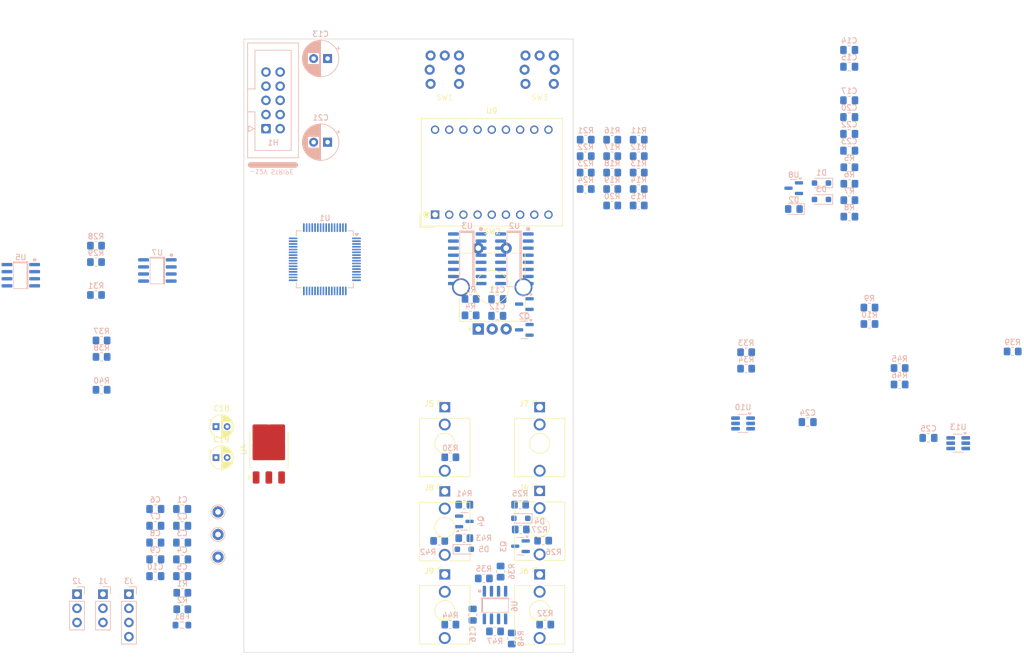
<source format=kicad_pcb>
(kicad_pcb (version 20240108) (generator "pcbnew") (generator_version "8.0")
  (layers (0 "F.Cu" signal) (1 "In1.Cu" signal) (2 "In2.Cu" signal) (31 "B.Cu" signal) (34 "B.Paste" user) (35 "F.Paste" user) (36 "B.SilkS" user "B.Silkscreen") (37 "F.SilkS" user "F.Silkscreen") (38 "B.Mask" user) (39 "F.Mask" user) (44 "Edge.Cuts" user))
  (net 0 "")
  (net 1 "+12V")
  (net 2 "GNDREF")
  (net 3 "-12V")
  (net 4 "Net-(D3-A)")
  (net 5 "+3.3V")
  (net 6 "Net-(D3-K)")
  (net 7 "Net-(D1-A)")
  (net 8 "Net-(D1-K)")
  (net 9 "/stm32F411/NRST")
  (net 10 "+3.3VA")
  (net 11 "/stm32F411/VCap")
  (net 12 "VREF__2_5V")
  (net 13 "Net-(D2-K)")
  (net 14 "Net-(D4-K)")
  (net 15 "Net-(D5-K)")
  (net 16 "Net-(J4-PadTN)")
  (net 17 "Net-(J5-PadT)")
  (net 20 "Net-(J6-PadT)")
  (net 21 "Net-(J4-PadT)")
  (net 22 "/stm32F411/BOOT0")
  (net 23 "/stm32F411/TX")
  (net 24 "/stm32F411/RX")
  (net 25 "/stm32F411/SWD_IO")
  (net 26 "/stm32F411/SWD_CLK")
  (net 27 "Net-(Q1-B)")
  (net 28 "Net-(Q2-B)")
  (net 30 "Net-(J7-PadT)")
  (net 31 "Net-(J8-PadT)")
  (net 32 "Net-(J8-PadTN)")
  (net 33 "Net-(J9-PadT)")
  (net 35 "/stm32F411/TRIG_1_IN")
  (net 36 "/stm32F411/TRIG_2_IN")
  (net 37 "Net-(R9-Pad2)")
  (net 38 "Net-(R10-Pad2)")
  (net 39 "Net-(U9-A)")
  (net 40 "Net-(U9-B)")
  (net 41 "Net-(U9-C)")
  (net 42 "Net-(U9-D)")
  (net 43 "Net-(U9-E)")
  (net 44 "Net-(U9-F)")
  (net 45 "/stm32F411/BOOT0_MCU")
  (net 46 "Net-(U9-G)")
  (net 47 "/display/segment_display/K1")
  (net 48 "Net-(U9-H)")
  (net 49 "/display/segment_display/K2")
  (net 50 "/display/segment_display/A_12")
  (net 51 "Net-(U9-J)")
  (net 52 "/display/segment_display/B_10")
  (net 53 "Net-(U9-K)")
  (net 54 "Net-(U9-L)")
  (net 55 "/display/segment_display/C_9")
  (net 56 "/display/segment_display/D_7")
  (net 57 "Net-(U9-M)")
  (net 58 "Net-(U9-N)")
  (net 59 "/display/segment_display/E_1")
  (net 60 "Net-(U9-P)")
  (net 61 "/display/segment_display/F_18")
  (net 62 "/display/segment_display/G_17")
  (net 63 "/stm32F411/TRIG_1_EN")
  (net 64 "/display/segment_display/H_15")
  (net 65 "Net-(U5A-+)")
  (net 66 "/display/segment_display/J_14")
  (net 67 "Net-(R28-Pad1)")
  (net 68 "/cv_input/CV_OUT")
  (net 69 "/display/segment_display/K_6")
  (net 70 "/display/segment_display/L_5")
  (net 71 "Net-(U7A--)")
  (net 72 "/display/segment_display/M_4")
  (net 73 "Net-(R32-Pad1)")
  (net 74 "/display/DISPLAY_CHAR_1")
  (net 75 "/display/DISPLAY_CHAR_2")
  (net 76 "/cv_output/SCL_IN")
  (net 77 "/controls/LED_1")
  (net 78 "/cv_output/SDA_IN")
  (net 79 "/controls/LED_2")
  (net 80 "/controls/LED_SW_1")
  (net 81 "/controls/LED_SW_2")
  (net 82 "/controls/ENC_SW")
  (net 83 "/controls/ENC_CH_B")
  (net 84 "/controls/ENC_CH_A")
  (net 85 "Net-(U6A--)")
  (net 86 "Net-(R37-Pad1)")
  (net 87 "/display/DISPLAY_DATA_IN")
  (net 88 "/cv_input1/CV_OUT")
  (net 89 "/stm32F411/TRIG_2_EN")
  (net 90 "Net-(R44-Pad1)")
  (net 91 "/cv_output1/SCL_IN")
  (net 92 "/cv_output1/SDA_IN")
  (net 93 "Net-(U6B--)")
  (net 104 "/display/DISPLAY_CLOCK")
  (net 113 "/display/DISPLAY_ENABLE")
  (net 120 "/display/segment_display/N_2")
  (net 121 "/display/segment_display/P_13")
  (net 122 "Net-(U2-QH')")
  (net 126 "Net-(U10-VOUT)")
  (net 129 "Net-(U13-VOUT)")
  (net 130 "Net-(U5B-+)")
  (net 131 "Net-(U7B--)")
  (footprint "Synth:Jack_3.5mm_QingPu_WQP-PJ398SM_Vertical_CircularHoles" (layer "F.Cu") (at 103 152.5)
    (property "Reference" "J6" (at -2.8 -7.1 180) (layer "F.SilkS"))
    (property "Value" "CV_OUTPUT")
    (pad "S" thru_hole rect (at 0 -6.48 180) (size 1.93 1.83) (drill 1.22) (layers "*.Cu" "*.Mask") (net 2 "GNDREF"))
    (pad "T" thru_hole circle (at 0 4.92 180) (size 2.13 2.13) (drill 1.43) (layers "*.Cu" "*.Mask") (net 20 "Net-(J6-PadT)"))
    (pad "TN" thru_hole circle (at 0 -3.38 180) (size 2.13 2.13) (drill 1.42) (layers "*.Cu" "*.Mask"))
  )
  (footprint "Synth:RotaryEncoder_Alps_EC11E-Switch_Vertical_H20mm_CircularMountingHoles" (layer "F.Cu") (at 94.5 94.5)
    (property "Reference" "SW2" (at 0 -10 180) (layer "F.SilkS"))
    (property "Value" "ENCODER")
    (pad "A" thru_hole rect (at -2.5 7.5 90) (size 2 2) (drill 1) (layers "*.Cu" "*.Mask") (net 84 "/controls/ENC_CH_A"))
    (pad "B" thru_hole circle (at 2.5 7.5 90) (size 2 2) (drill 1) (layers "*.Cu" "*.Mask") (net 83 "/controls/ENC_CH_B"))
    (pad "C" thru_hole circle (at 0 7.5 90) (size 2 2) (drill 1) (layers "*.Cu" "*.Mask") (net 2 "GNDREF"))
    (pad "MP" thru_hole circle (at -5.6 0 90) (size 3.2 3.2) (drill 2.6) (layers "*.Cu" "*.Mask"))
    (pad "MP" thru_hole circle (at 5.6 0 90) (size 3.2 3.2) (drill 2.6) (layers "*.Cu" "*.Mask"))
    (pad "S1" thru_hole circle (at 2.5 -7 90) (size 2 2) (drill 1) (layers "*.Cu" "*.Mask") (net 82 "/controls/ENC_SW"))
    (pad "S2" thru_hole circle (at -2.5 -7 90) (size 2 2) (drill 1) (layers "*.Cu" "*.Mask") (net 2 "GNDREF"))
  )
  (footprint "Package_TO_SOT_SMD:TO-252-3_TabPin2" (layer "F.Cu") (at 54.475 123.585 90)
    (property "Reference" "U4" (at 0 -4.5 90) (layer "F.SilkS"))
    (property "Value" "LM1117DT-3.3")
    (pad "1" smd roundrect (at -5.04 -2.28 90) (size 2.2 1.2) (layers "F.Cu" "F.Paste" "F.Mask") (roundrect_rratio 0.208333) (net 2 "GNDREF"))
    (pad "2" smd roundrect (at -5.04 0 90) (size 2.2 1.2) (layers "F.Cu" "F.Paste" "F.Mask") (roundrect_rratio 0.208333) (net 5 "+3.3V"))
    (pad "2" smd roundrect (at -0.415 -1.525 90) (size 3.05 2.75) (layers "F.Cu" "F.Paste") (roundrect_rratio 0.090909) (net 5 "+3.3V"))
    (pad "2" smd roundrect (at -0.415 1.525 90) (size 3.05 2.75) (layers "F.Cu" "F.Paste") (roundrect_rratio 0.090909) (net 5 "+3.3V"))
    (pad "2" smd roundrect (at 1.26 0 90) (size 6.4 5.8) (layers "F.Cu" "F.Mask") (roundrect_rratio 0.043103) (net 5 "+3.3V"))
    (pad "2" smd roundrect (at 2.935 -1.525 90) (size 3.05 2.75) (layers "F.Cu" "F.Paste") (roundrect_rratio 0.090909) (net 5 "+3.3V"))
    (pad "2" smd roundrect (at 2.935 1.525 90) (size 3.05 2.75) (layers "F.Cu" "F.Paste") (roundrect_rratio 0.090909) (net 5 "+3.3V"))
    (pad "3" smd roundrect (at -5.04 2.28 90) (size 2.2 1.2) (layers "F.Cu" "F.Paste" "F.Mask") (roundrect_rratio 0.208333) (net 1 "+12V"))
  )
  (footprint "Synth:Jack_3.5mm_QingPu_WQP-PJ398SM_Vertical_CircularHoles" (layer "F.Cu") (at 86 137.58)
    (property "Reference" "J8" (at -2.8 -7.1 180) (layer "F.SilkS"))
    (property "Value" "CV_INPUT")
    (pad "S" thru_hole rect (at 0 -6.48 180) (size 1.93 1.83) (drill 1.22) (layers "*.Cu" "*.Mask") (net 2 "GNDREF"))
    (pad "T" thru_hole circle (at 0 4.92 180) (size 2.13 2.13) (drill 1.43) (layers "*.Cu" "*.Mask") (net 31 "Net-(J8-PadT)"))
    (pad "TN" thru_hole circle (at 0 -3.38 180) (size 2.13 2.13) (drill 1.42) (layers "*.Cu" "*.Mask") (net 32 "Net-(J8-PadTN)"))
  )
  (footprint "Synth:Jack_3.5mm_QingPu_WQP-PJ398SM_Vertical_CircularHoles" (layer "F.Cu") (at 86 122.5)
    (property "Reference" "J5" (at -2.8 -7.1 180) (layer "F.SilkS"))
    (property "Value" "CV_INPUT")
    (pad "S" thru_hole rect (at 0 -6.48 180) (size 1.93 1.83) (drill 1.22) (layers "*.Cu" "*.Mask") (net 2 "GNDREF"))
    (pad "T" thru_hole circle (at 0 4.92 180) (size 2.13 2.13) (drill 1.43) (layers "*.Cu" "*.Mask") (net 17 "Net-(J5-PadT)"))
    (pad "TN" thru_hole circle (at 0 -3.38 180) (size 2.13 2.13) (drill 1.42) (layers "*.Cu" "*.Mask"))
  )
  (footprint "Synth:ML6-H2T2GQA" (layer "F.Cu") (at 86 55.5)
    (property "Reference" "SW1" (at 0 5 0) (layer "F.SilkS") (effects (font (thickness 0.1))))
    (property "Value" "CH_1_SW")
    (pad "1" thru_hole circle (at -2.54 2.54) (size 1.8 1.8) (drill 1) (layers "*.Cu" "*.Mask") (net 80 "/controls/LED_SW_1"))
    (pad "2" thru_hole circle (at 2.54 2.54) (size 1.8 1.8) (drill 1) (layers "*.Cu" "*.Mask") (net 80 "/controls/LED_SW_1"))
    (pad "3" thru_hole circle (at -2.54 -2.54) (size 1.8 1.8) (drill 1) (layers "*.Cu" "*.Mask") (net 2 "GNDREF"))
    (pad "4" thru_hole circle (at 2.54 -2.54) (size 1.8 1.8) (drill 1) (layers "*.Cu" "*.Mask") (net 2 "GNDREF"))
    (pad "EH" thru_hole circle (at 0 -2.54) (size 1.8 1.8) (drill 1) (layers "*.Cu" "*.Mask"))
    (pad "L1" thru_hole circle (at -2.7 0) (size 1.8 1.8) (drill 1) (layers "*.Cu" "*.Mask") (net 37 "Net-(R9-Pad2)"))
    (pad "L2" thru_hole circle (at 2.7 0) (size 1.8 1.8) (drill 1) (layers "*.Cu" "*.Mask") (net 2 "GNDREF"))
  )
  (footprint "Synth:7-segment-display_DA56" (layer "F.Cu") (at 94.42 73.88)
    (property "Reference" "U9" (at 0 -11 180) (layer "F.SilkS"))
    (property "Value" "dual_segment_display")
    (pad "1" thru_hole rect (at -10.16 7.62 90) (size 1.5 1.5) (drill 1) (layers "*.Cu" "*.Mask") (net 43 "Net-(U9-E)"))
    (pad "2" thru_hole circle (at -7.62 7.62 90) (size 1.5 1.5) (drill 1) (layers "*.Cu" "*.Mask") (net 58 "Net-(U9-N)"))
    (pad "3" thru_hole circle (at -5.08 7.62 90) (size 1.5 1.5) (drill 1) (layers "*.Cu" "*.Mask"))
    (pad "4" thru_hole circle (at -2.54 7.62 90) (size 1.5 1.5) (drill 1) (layers "*.Cu" "*.Mask") (net 57 "Net-(U9-M)"))
    (pad "5" thru_hole circle (at 0 7.62 90) (size 1.5 1.5) (drill 1) (layers "*.Cu" "*.Mask") (net 54 "Net-(U9-L)"))
    (pad "6" thru_hole circle (at 2.54 7.62 90) (size 1.5 1.5) (drill 1) (layers "*.Cu" "*.Mask") (net 53 "Net-(U9-K)"))
    (pad "7" thru_hole circle (at 5.08 7.62 90) (size 1.5 1.5) (drill 1) (layers "*.Cu" "*.Mask") (net 42 "Net-(U9-D)"))
    (pad "8" thru_hole circle (at 7.62 7.62 90) (size 1.5 1.5) (drill 1) (layers "*.Cu" "*.Mask"))
    (pad "9" thru_hole circle (at 10.16 7.62 90) (size 1.5 1.5) (drill 1) (layers "*.Cu" "*.Mask") (net 41 "Net-(U9-C)"))
    (pad "10" thru_hole circle (at 10.16 -7.62 90) (size 1.5 1.5) (drill 1) (layers "*.Cu" "*.Mask") (net 40 "Net-(U9-B)"))
    (pad "11" thru_hole circle (at 7.62 -7.62 90) (size 1.5 1.5) (drill 1) (layers "*.Cu" "*.Mask") (net 49 "/display/segment_display/K2"))
    (pad "12" thru_hole circle (at 5.08 -7.62 90) (size 1.5 1.5) (drill 1) (layers "*.Cu" "*.Mask") (net 39 "Net-(U9-A)"))
    (pad "13" thru_hole circle (at 2.54 -7.62 90) (size 1.5 1.5) (drill 1) (layers "*.Cu" "*.Mask") (net 60 "Net-(U9-P)"))
    (pad "14" thru_hole circle (at 0 -7.62 90) (size 1.5 1.5) (drill 1) (layers "*.Cu" "*.Mask") (net 51 "Net-(U9-J)"))
    (pad "15" thru_hole circle (at -2.54 -7.62 90) (size 1.5 1.5) (drill 1) (layers "*.Cu" "*.Mask") (net 48 "Net-(U9-H)"))
    (pad "16" thru_hole circle (at -5.08 -7.62 90) (size 1.5 1.5) (drill 1) (layers "*.Cu" "*.Mask") (net 47 "/display/segment_display/K1"))
    (pad "17" thru_hole circle (at -7.62 -7.62 90) (size 1.5 1.5) (drill 1) (layers "*.Cu" "*.Mask") (net 46 "Net-(U9-G)"))
    (pad "18" thru_hole circle (at -10.16 -7.62 90) (size 1.5 1.5) (drill 1) (layers "*.Cu" "*.Mask") (net 44 "Net-(U9-F)"))
  )
  (footprint "Synth:ML6-H2T2GQA" (layer "F.Cu") (at 103 55.5)
    (property "Reference" "SW3" (at 0 5 0) (layer "F.SilkS") (effects (font (thickness 0.1))))
    (property "Value" "CH_2_SW")
    (pad "1" thru_hole circle (at -2.54 2.54) (size 1.8 1.8) (drill 1) (layers "*.Cu" "*.Mask") (net 81 "/controls/LED_SW_2"))
    (pad "2" thru_hole circle (at 2.54 2.54) (size 1.8 1.8) (drill 1) (layers "*.Cu" "*.Mask") (net 81 "/controls/LED_SW_2"))
    (pad "3" thru_hole circle (at -2.54 -2.54) (size 1.8 1.8) (drill 1) (layers "*.Cu" "*.Mask") (net 2 "GNDREF"))
    (pad "4" thru_hole circle (at 2.54 -2.54) (size 1.8 1.8) (drill 1) (layers "*.Cu" "*.Mask") (net 2 "GNDREF"))
    (pad "EH" thru_hole circle (at 0 -2.54) (size 1.8 1.8) (drill 1) (layers "*.Cu" "*.Mask"))
    (pad "L1" thru_hole circle (at -2.7 0) (size 1.8 1.8) (drill 1) (layers "*.Cu" "*.Mask") (net 38 "Net-(R10-Pad2)"))
    (pad "L2" thru_hole circle (at 2.7 0) (size 1.8 1.8) (drill 1) (layers "*.Cu" "*.Mask") (net 2 "GNDREF"))
  )
  (footprint "Capacitor_THT:CP_Radial_D4.0mm_P2.00mm" (layer "F.Cu") (at 45 125.05)
    (property "Reference" "C19" (at 1 -3.25 0) (layer "F.SilkS"))
    (property "Value" "10uF")
    (pad "1" thru_hole rect (at 0 0) (size 1.2 1.2) (drill 0.6) (layers "*.Cu" "*.Mask") (net 5 "+3.3V"))
    (pad "2" thru_hole circle (at 2 0) (size 1.2 1.2) (drill 0.6) (layers "*.Cu" "*.Mask") (net 2 "GNDREF"))
  )
  (footprint "Synth:Jack_3.5mm_QingPu_WQP-PJ398SM_Vertical_CircularHoles" (layer "F.Cu") (at 86 152.5)
    (property "Reference" "J9" (at -2.8 -7.1 180) (layer "F.SilkS"))
    (property "Value" "CV_OUTPUT")
    (pad "S" thru_hole rect (at 0 -6.48 180) (size 1.93 1.83) (drill 1.22) (layers "*.Cu" "*.Mask") (net 2 "GNDREF"))
    (pad "T" thru_hole circle (at 0 4.92 180) (size 2.13 2.13) (drill 1.43) (layers "*.Cu" "*.Mask") (net 33 "Net-(J9-PadT)"))
    (pad "TN" thru_hole circle (at 0 -3.38 180) (size 2.13 2.13) (drill 1.42) (layers "*.Cu" "*.Mask"))
  )
  (footprint "Synth:Jack_3.5mm_QingPu_WQP-PJ398SM_Vertical_CircularHoles" (layer "F.Cu") (at 103 122.5)
    (property "Reference" "J7" (at -2.8 -7.1 180) (layer "F.SilkS"))
    (property "Value" "CV_INPUT")
    (pad "S" thru_hole rect (at 0 -6.48 180) (size 1.93 1.83) (drill 1.22) (layers "*.Cu" "*.Mask") (net 2 "GNDREF"))
    (pad "T" thru_hole circle (at 0 4.92 180) (size 2.13 2.13) (drill 1.43) (layers "*.Cu" "*.Mask") (net 30 "Net-(J7-PadT)"))
    (pad "TN" thru_hole circle (at 0 -3.38 180) (size 2.13 2.13) (drill 1.42) (layers "*.Cu" "*.Mask"))
  )
  (footprint "Capacitor_THT:CP_Radial_D4.0mm_P2.00mm" (layer "F.Cu") (at 45 119.5)
    (property "Reference" "C18" (at 1 -3.25 0) (layer "F.SilkS"))
    (property "Value" "10uF")
    (pad "1" thru_hole rect (at 0 0) (size 1.2 1.2) (drill 0.6) (layers "*.Cu" "*.Mask") (net 1 "+12V"))
    (pad "2" thru_hole circle (at 2 0) (size 1.2 1.2) (drill 0.6) (layers "*.Cu" "*.Mask") (net 2 "GNDREF"))
  )
  (footprint "Synth:Jack_3.5mm_QingPu_WQP-PJ398SM_Vertical_CircularHoles" (layer "F.Cu") (at 103 137.5)
    (property "Reference" "J4" (at -2.8 -7.1 180) (layer "F.SilkS"))
    (property "Value" "CV_INPUT")
    (pad "S" thru_hole rect (at 0 -6.48 180) (size 1.93 1.83) (drill 1.22) (layers "*.Cu" "*.Mask") (net 2 "GNDREF"))
    (pad "T" thru_hole circle (at 0 4.92 180) (size 2.13 2.13) (drill 1.43) (layers "*.Cu" "*.Mask") (net 21 "Net-(J4-PadT)"))
    (pad "TN" thru_hole circle (at 0 -3.38 180) (size 2.13 2.13) (drill 1.42) (layers "*.Cu" "*.Mask") (net 16 "Net-(J4-PadTN)"))
  )
  (footprint "Resistor_SMD:R_0805_2012Metric_Pad1.20x1.40mm_HandSolder" (layer "B.Cu") (at 158.5 81.85 180)
    (property "Reference" "R8" (at 0 1.65 0) (layer "B.SilkS") (effects (justify mirror)))
    (property "Value" "10R")
    (pad "1" smd roundrect (at -1 0 180) (size 1.2 1.4) (layers "B.Cu" "B.Paste" "B.Mask") (roundrect_rratio 0.208333) (net 4 "Net-(D3-A)"))
    (pad "2" smd roundrect (at 1 0 180) (size 1.2 1.4) (layers "B.Cu" "B.Paste" "B.Mask") (roundrect_rratio 0.208333) (net 3 "-12V"))
  )
  (footprint "Resistor_SMD:R_0805_2012Metric_Pad1.20x1.40mm_HandSolder" (layer "B.Cu") (at 93 146.725 180)
    (property "Reference" "R35" (at 0 1.725 0) (layer "B.SilkS") (effects (justify mirror)))
    (property "Value" "30K [0.1%]")
    (pad "1" smd roundrect (at -1 0 180) (size 1.2 1.4) (layers "B.Cu" "B.Paste" "B.Mask") (roundrect_rratio 0.208333) (net 85 "Net-(U6A--)"))
    (pad "2" smd roundrect (at 1 0 180) (size 1.2 1.4) (layers "B.Cu" "B.Paste" "B.Mask") (roundrect_rratio 0.208333) (net 73 "Net-(R32-Pad1)"))
  )
  (footprint "Resistor_SMD:R_0805_2012Metric_Pad1.20x1.40mm_HandSolder" (layer "B.Cu") (at 23.5 90 180)
    (property "Reference" "R29" (at 0 1.65 0) (layer "B.SilkS") (effects (justify mirror)))
    (property "Value" "22K")
    (pad "1" smd roundrect (at -1 0 180) (size 1.2 1.4) (layers "B.Cu" "B.Paste" "B.Mask") (roundrect_rratio 0.208333) (net 68 "/cv_input/CV_OUT"))
    (pad "2" smd roundrect (at 1 0 180) (size 1.2 1.4) (layers "B.Cu" "B.Paste" "B.Mask") (roundrect_rratio 0.208333) (net 71 "Net-(U7A--)"))
  )
  (footprint "Capacitor_SMD:C_0805_2012Metric_Pad1.18x1.45mm_HandSolder" (layer "B.Cu") (at 34.13 140.3 180)
    (property "Reference" "C8" (at 0 1.68 0) (layer "B.SilkS") (effects (justify mirror)))
    (property "Value" "1uF")
    (pad "1" smd roundrect (at -1.0375 0 180) (size 1.175 1.45) (layers "B.Cu" "B.Paste" "B.Mask") (roundrect_rratio 0.212766) (net 2 "GNDREF"))
    (pad "2" smd roundrect (at 1.0375 0 180) (size 1.175 1.45) (layers "B.Cu" "B.Paste" "B.Mask") (roundrect_rratio 0.212766) (net 10 "+3.3VA"))
  )
  (footprint "Resistor_SMD:R_0805_2012Metric_Pad1.20x1.40mm_HandSolder" (layer "B.Cu") (at 89.5 139.5)
    (property "Reference" "R43" (at 3.5 0 360) (layer "B.SilkS") (effects (justify mirror)))
    (property "Value" "100K")
    (pad "1" smd roundrect (at -1 0) (size 1.2 1.4) (layers "B.Cu" "B.Paste" "B.Mask") (roundrect_rratio 0.208333) (net 15 "Net-(D5-K)"))
    (pad "2" smd roundrect (at 1 0) (size 1.2 1.4) (layers "B.Cu" "B.Paste" "B.Mask") (roundrect_rratio 0.208333) (net 2 "GNDREF"))
  )
  (footprint "Capacitor_SMD:C_0805_2012Metric_Pad1.18x1.45mm_HandSolder" (layer "B.Cu") (at 172.67 121.53 180)
    (property "Reference" "C25" (at 0 1.68 0) (layer "B.SilkS") (effects (justify mirror)))
    (property "Value" "100nF")
    (pad "1" smd roundrect (at -1.0375 0 180) (size 1.175 1.45) (layers "B.Cu" "B.Paste" "B.Mask") (roundrect_rratio 0.212766) (net 2 "GNDREF"))
    (pad "2" smd roundrect (at 1.0375 0 180) (size 1.175 1.45) (layers "B.Cu" "B.Paste" "B.Mask") (roundrect_rratio 0.212766) (net 5 "+3.3V"))
  )
  (footprint "Resistor_SMD:R_0805_2012Metric_Pad1.20x1.40mm_HandSolder" (layer "B.Cu") (at 111.25 68.05 180)
    (property "Reference" "R21" (at 0 1.65 0) (layer "B.SilkS") (effects (justify mirror)))
    (property "Value" "100R")
    (pad "1" smd roundrect (at -1 0 180) (size 1.2 1.4) (layers "B.Cu" "B.Paste" "B.Mask") (roundrect_rratio 0.208333) (net 54 "Net-(U9-L)"))
    (pad "2" smd roundrect (at 1 0 180) (size 1.2 1.4) (layers "B.Cu" "B.Paste" "B.Mask") (roundrect_rratio 0.208333) (net 70 "/display/segment_display/L_5"))
  )
  (footprint "Connector_Pin:Pin_D1.0mm_L10.0mm" (layer "B.Cu") (at 45.37 134.8 180)
    (property "Reference" "TP1" (hide yes))
    (property "Value" "+12V")
    (pad "1" thru_hole circle (at 0 0 180) (size 2 2) (drill 1) (layers "*.Cu" "*.Mask") (net 1 "+12V"))
  )
  (footprint "Capacitor_THT:CP_Radial_D6.3mm_P2.50mm" (layer "B.Cu") (at 65 68.5 180)
    (property "Reference" "C21" (at 1.25 4.4 0) (layer "B.SilkS") (effects (justify mirror)))
    (property "Value" "47uF")
    (pad "1" thru_hole rect (at 0 0 180) (size 1.6 1.6) (drill 0.8) (layers "*.Cu" "*.Mask") (net 2 "GNDREF"))
    (pad "2" thru_hole circle (at 2.5 0 180) (size 1.6 1.6) (drill 0.8) (layers "*.Cu" "*.Mask") (net 3 "-12V"))
  )
  (footprint "Resistor_SMD:R_0805_2012Metric_Pad1.20x1.40mm_HandSolder" (layer "B.Cu") (at 158.5 73 180)
    (property "Reference" "R5" (at 0 1.65 0) (layer "B.SilkS") (effects (justify mirror)))
    (property "Value" "10R")
    (pad "1" smd roundrect (at -1 0 180) (size 1.2 1.4) (layers "B.Cu" "B.Paste" "B.Mask") (roundrect_rratio 0.208333) (net 8 "Net-(D1-K)"))
    (pad "2" smd roundrect (at 1 0 180) (size 1.2 1.4) (layers "B.Cu" "B.Paste" "B.Mask") (roundrect_rratio 0.208333) (net 1 "+12V"))
  )
  (footprint "Synth:SOIC-16" (layer "B.Cu") (at 90.025 89.405 180)
    (property "Reference" "U3" (at 0 5.9 0) (layer "B.SilkS") (effects (justify mirror)))
    (property "Value" "74HC595")
    (pad "1" smd roundrect (at -2.475 4.445 180) (size 1.95 0.6) (layers "B.Cu" "B.Paste" "B.Mask") (net 52 "/display/segment_display/B_10"))
    (pad "2" smd roundrect (at -2.475 3.175 180) (size 1.95 0.6) (layers "B.Cu" "B.Paste" "B.Mask") (net 50 "/display/segment_display/A_12"))
    (pad "3" smd roundrect (at -2.475 1.905 180) (size 1.95 0.6) (layers "B.Cu" "B.Paste" "B.Mask") (net 121 "/display/segment_display/P_13"))
    (pad "4" smd roundrect (at -2.475 0.635 180) (size 1.95 0.6) (layers "B.Cu" "B.Paste" "B.Mask") (net 66 "/display/segment_display/J_14"))
    (pad "5" smd roundrect (at -2.475 -0.635 180) (size 1.95 0.6) (layers "B.Cu" "B.Paste" "B.Mask") (net 64 "/display/segment_display/H_15"))
    (pad "6" smd roundrect (at -2.475 -1.905 180) (size 1.95 0.6) (layers "B.Cu" "B.Paste" "B.Mask") (net 62 "/display/segment_display/G_17"))
    (pad "7" smd roundrect (at -2.475 -3.175 180) (size 1.95 0.6) (layers "B.Cu" "B.Paste" "B.Mask") (net 61 "/display/segment_display/F_18"))
    (pad "8" smd roundrect (at -2.475 -4.445 180) (size 1.95 0.6) (layers "B.Cu" "B.Paste" "B.Mask") (net 2 "GNDREF"))
    (pad "9" smd roundrect (at 2.475 -4.445 180) (size 1.95 0.6) (layers "B.Cu" "B.Paste" "B.Mask"))
    (pad "10" smd roundrect (at 2.475 -3.175 180) (size 1.95 0.6) (layers "B.Cu" "B.Paste" "B.Mask") (net 5 "+3.3V"))
    (pad "11" smd roundrect (at 2.475 -1.905 180) (size 1.95 0.6) (layers "B.Cu" "B.Paste" "B.Mask") (net 104 "/display/DISPLAY_CLOCK"))
    (pad "12" smd roundrect (at 2.475 -0.635 180) (size 1.95 0.6) (layers "B.Cu" "B.Paste" "B.Mask") (net 113 "/display/DISPLAY_ENABLE"))
    (pad "13" smd roundrect (at 2.475 0.635 180) (size 1.95 0.6) (layers "B.Cu" "B.Paste" "B.Mask") (net 2 "GNDREF"))
    (pad "14" smd roundrect (at 2.475 1.905 180) (size 1.95 0.6) (layers "B.Cu" "B.Paste" "B.Mask") (net 122 "Net-(U2-QH')"))
    (pad "15" smd roundrect (at 2.475 3.175 180) (size 1.95 0.6) (layers "B.Cu" "B.Paste" "B.Mask"))
    (pad "16" smd roundrect (at 2.475 4.445 180) (size 1.95 0.6) (layers "B.Cu" "B.Paste" "B.Mask") (net 5 "+3.3V"))
  )
  (footprint "Resistor_SMD:R_0805_2012Metric_Pad1.20x1.40mm_HandSolder" (layer "B.Cu") (at 120.75 79.85 180)
    (property "Reference" "R15" (at 0 1.65 0) (layer "B.SilkS") (effects (justify mirror)))
    (property "Value" "100R")
    (pad "1" smd roundrect (at -1 0 180) (size 1.2 1.4) (layers "B.Cu" "B.Paste" "B.Mask") (roundrect_rratio 0.208333) (net 43 "Net-(U9-E)"))
    (pad "2" smd roundrect (at 1 0 180) (size 1.2 1.4) (layers "B.Cu" "B.Paste" "B.Mask") (roundrect_rratio 0.208333) (net 59 "/display/segment_display/E_1"))
  )
  (footprint "Resistor_SMD:R_0805_2012Metric_Pad1.20x1.40mm_HandSolder" (layer "B.Cu") (at 158.5 78.9 180)
    (property "Reference" "R7" (at 0 1.65 0) (layer "B.SilkS") (effects (justify mirror)))
    (property "Value" "2K")
    (pad "1" smd roundrect (at -1 0 180) (size 1.2 1.4) (layers "B.Cu" "B.Paste" "B.Mask") (roundrect_rratio 0.208333) (net 2 "GNDREF"))
    (pad "2" smd roundrect (at 1 0 180) (size 1.2 1.4) (layers "B.Cu" "B.Paste" "B.Mask") (roundrect_rratio 0.208333) (net 13 "Net-(D2-K)"))
  )
  (footprint "Capacitor_SMD:C_0805_2012Metric_Pad1.18x1.45mm_HandSolder" (layer "B.Cu") (at 38.94 146.32 180)
    (property "Reference" "C5" (at 0 1.68 0) (layer "B.SilkS") (effects (justify mirror)))
    (property "Value" "10uF")
    (pad "1" smd roundrect (at -1.0375 0 180) (size 1.175 1.45) (layers "B.Cu" "B.Paste" "B.Mask") (roundrect_rratio 0.212766) (net 2 "GNDREF"))
    (pad "2" smd roundrect (at 1.0375 0 180) (size 1.175 1.45) (layers "B.Cu" "B.Paste" "B.Mask") (roundrect_rratio 0.212766) (net 5 "+3.3V"))
  )
  (footprint "Resistor_SMD:R_0805_2012Metric_Pad1.20x1.40mm_HandSolder" (layer "B.Cu") (at 95 156.225 180)
    (property "Reference" "R47" (at 0 -1.775 360) (layer "B.SilkS") (effects (justify mirror)))
    (property "Value" "30K [0.1%]")
    (pad "1" smd roundrect (at -1 0 180) (size 1.2 1.4) (layers "B.Cu" "B.Paste" "B.Mask") (roundrect_rratio 0.208333) (net 93 "Net-(U6B--)"))
    (pad "2" smd roundrect (at 1 0 180) (size 1.2 1.4) (layers "B.Cu" "B.Paste" "B.Mask") (roundrect_rratio 0.208333) (net 90 "Net-(R44-Pad1)"))
  )
  (footprint "Resistor_SMD:R_0805_2012Metric_Pad1.20x1.40mm_HandSolder" (layer "B.Cu") (at 38.97 152.25 180)
    (property "Reference" "R2" (at 0 1.65 0) (layer "B.SilkS") (effects (justify mirror)))
    (property "Value" "10K")
    (pad "1" smd roundrect (at -1 0 180) (size 1.2 1.4) (layers "B.Cu" "B.Paste" "B.Mask") (roundrect_rratio 0.208333) (net 22 "/stm32F411/BOOT0"))
    (pad "2" smd roundrect (at 1 0 180) (size 1.2 1.4) (layers "B.Cu" "B.Paste" "B.Mask") (roundrect_rratio 0.208333) (net 45 "/stm32F411/BOOT0_MCU"))
  )
  (footprint "Capacitor_SMD:C_0805_2012Metric_Pad1.18x1.45mm_HandSolder" (layer "B.Cu") (at 158.47 54.97 180)
    (property "Reference" "C15" (at 0 1.68 0) (layer "B.SilkS") (effects (justify mirror)))
    (property "Value" "100nF")
    (pad "1" smd roundrect (at -1.0375 0 180) (size 1.175 1.45) (layers "B.Cu" "B.Paste" "B.Mask") (roundrect_rratio 0.212766) (net 1 "+12V"))
    (pad "2" smd roundrect (at 1.0375 0 180) (size 1.175 1.45) (layers "B.Cu" "B.Paste" "B.Mask") (roundrect_rratio 0.212766) (net 2 "GNDREF"))
  )
  (footprint "Resistor_SMD:R_0805_2012Metric_Pad1.20x1.40mm_HandSolder" (layer "B.Cu") (at 99.5 133.5)
    (property "Reference" "R25" (at 0 -2 360) (layer "B.SilkS") (effects (justify mirror)))
    (property "Value" "10K")
    (pad "1" smd roundrect (at -1 0) (size 1.2 1.4) (layers "B.Cu" "B.Paste" "B.Mask") (roundrect_rratio 0.208333) (net 63 "/stm32F411/TRIG_1_EN"))
    (pad "2" smd roundrect (at 1 0) (size 1.2 1.4) (layers "B.Cu" "B.Paste" "B.Mask") (roundrect_rratio 0.208333) (net 16 "Net-(J4-PadTN)"))
  )
  (footprint "Connector_PinHeader_2.54mm:PinHeader_1x04_P2.54mm_Vertical" (layer "B.Cu") (at 29.4 149.55 180)
    (property "Reference" "J3" (at 0 2.33 0) (layer "B.SilkS") (effects (justify mirror)))
    (property "Value" "Conn_01x04")
    (pad "1" thru_hole rect (at 0 0 180) (size 1.7 1.7) (drill 1) (layers "*.Cu" "*.Mask") (net 5 "+3.3V"))
    (pad "2" thru_hole oval (at 0 -2.54 180) (size 1.7 1.7) (drill 1) (layers "*.Cu" "*.Mask") (net 25 "/stm32F411/SWD_IO"))
    (pad "3" thru_hole oval (at 0 -5.08 180) (size 1.7 1.7) (drill 1) (layers "*.Cu" "*.Mask") (net 26 "/stm32F411/SWD_CLK"))
    (pad "4" thru_hole oval (at 0 -7.62 180) (size 1.7 1.7) (drill 1) (layers "*.Cu" "*.Mask") (net 2 "GNDREF"))
  )
  (footprint "Resistor_SMD:R_0805_2012Metric_Pad1.20x1.40mm_HandSolder" (layer "B.Cu") (at 116 76.9 180)
    (property "Reference" "R19" (at 0 1.65 0) (layer "B.SilkS") (effects (justify mirror)))
    (property "Value" "100R")
    (pad "1" smd roundrect (at -1 0 180) (size 1.2 1.4) (layers "B.Cu" "B.Paste" "B.Mask") (roundrect_rratio 0.208333) (net 51 "Net-(U9-J)"))
    (pad "2" smd roundrect (at 1 0 180) (size 1.2 1.4) (layers "B.Cu" "B.Paste" "B.Mask") (roundrect_rratio 0.208333) (net 66 "/display/segment_display/J_14"))
  )
  (footprint "Capacitor_SMD:C_0805_2012Metric_Pad1.18x1.45mm_HandSolder" (layer "B.Cu") (at 158.47 70.02 180)
    (property "Reference" "C23" (at 0 1.68 0) (layer "B.SilkS") (effects (justify mirror)))
    (property "Value" "470nF")
    (pad "1" smd roundrect (at -1.0375 0 180) (size 1.175 1.45) (layers "B.Cu" "B.Paste" "B.Mask") (roundrect_rratio 0.212766) (net 12 "VREF__2_5V"))
    (pad "2" smd roundrect (at 1.0375 0 180) (size 1.175 1.45) (layers "B.Cu" "B.Paste" "B.Mask") (roundrect_rratio 0.212766) (net 2 "GNDREF"))
  )
  (footprint "Resistor_SMD:R_0805_2012Metric_Pad1.20x1.40mm_HandSolder" (layer "B.Cu") (at 116 71 180)
    (property "Reference" "R17" (at 0 1.65 0) (layer "B.SilkS") (effects (justify mirror)))
    (property "Value" "100R")
    (pad "1" smd roundrect (at -1 0 180) (size 1.2 1.4) (layers "B.Cu" "B.Paste" "B.Mask") (roundrect_rratio 0.208333) (net 46 "Net-(U9-G)"))
    (pad "2" smd roundrect (at 1 0 180) (size 1.2 1.4) (layers "B.Cu" "B.Paste" "B.Mask") (roundrect_rratio 0.208333) (net 62 "/display/segment_display/G_17"))
  )
  (footprint "Capacitor_SMD:C_0805_2012Metric_Pad1.18x1.45mm_HandSolder" (layer "B.Cu") (at 158.47 60.99 180)
    (property "Reference" "C17" (at 0 1.68 0) (layer "B.SilkS") (effects (justify mirror)))
    (property "Value" "100nF")
    (pad "1" smd roundrect (at -1.0375 0 180) (size 1.175 1.45) (layers "B.Cu" "B.Paste" "B.Mask") (roundrect_rratio 0.212766) (net 5 "+3.3V"))
    (pad "2" smd roundrect (at 1.0375 0 180) (size 1.175 1.45) (layers "B.Cu" "B.Paste" "B.Mask") (roundrect_rratio 0.212766) (net 2 "GNDREF"))
  )
  (footprint "Capacitor_SMD:C_0805_2012Metric_Pad1.18x1.45mm_HandSolder" (layer "B.Cu") (at 158.47 64 180)
    (property "Reference" "C20" (at 0 1.68 0) (layer "B.SilkS") (effects (justify mirror)))
    (property "Value" "100nF")
    (pad "1" smd roundrect (at -1.0375 0 180) (size 1.175 1.45) (layers "B.Cu" "B.Paste" "B.Mask") (roundrect_rratio 0.212766) (net 2 "GNDREF"))
    (pad "2" smd roundrect (at 1.0375 0 180) (size 1.175 1.45) (layers "B.Cu" "B.Paste" "B.Mask") (roundrect_rratio 0.212766) (net 3 "-12V"))
  )
  (footprint "Resistor_SMD:R_0805_2012Metric_Pad1.20x1.40mm_HandSolder" (layer "B.Cu") (at 24.5 104.05 180)
    (property "Reference" "R37" (at 0 1.65 0) (layer "B.SilkS") (effects (justify mirror)))
    (property "Value" "22K")
    (pad "1" smd roundrect (at -1 0 180) (size 1.2 1.4) (layers "B.Cu" "B.Paste" "B.Mask") (roundrect_rratio 0.208333) (net 86 "Net-(R37-Pad1)"))
    (pad "2" smd roundrect (at 1 0 180) (size 1.2 1.4) (layers "B.Cu" "B.Paste" "B.Mask") (roundrect_rratio 0.208333) (net 130 "Net-(U5B-+)"))
  )
  (footprint "Capacitor_SMD:C_0805_2012Metric_Pad1.18x1.45mm_HandSolder" (layer "B.Cu") (at 38.94 143.31 180)
    (property "Reference" "C4" (at 0 1.68 0) (layer "B.SilkS") (effects (justify mirror)))
    (property "Value" "100nF")
    (pad "1" smd roundrect (at -1.0375 0 180) (size 1.175 1.45) (layers "B.Cu" "B.Paste" "B.Mask") (roundrect_rratio 0.212766) (net 2 "GNDREF"))
    (pad "2" smd roundrect (at 1.0375 0 180) (size 1.175 1.45) (layers "B.Cu" "B.Paste" "B.Mask") (roundrect_rratio 0.212766) (net 5 "+3.3V"))
  )
  (footprint "Capacitor_SMD:C_0805_2012Metric_Pad1.18x1.45mm_HandSolder" (layer "B.Cu") (at 34.13 137.29 180)
    (property "Reference" "C7" (at 0 1.68 0) (layer "B.SilkS") (effects (justify mirror)))
    (property "Value" "100nF")
    (pad "1" smd roundrect (at -1.0375 0 180) (size 1.175 1.45) (layers "B.Cu" "B.Paste" "B.Mask") (roundrect_rratio 0.212766) (net 2 "GNDREF"))
    (pad "2" smd roundrect (at 1.0375 0 180) (size 1.175 1.45) (layers "B.Cu" "B.Paste" "B.Mask") (roundrect_rratio 0.212766) (net 10 "+3.3VA"))
  )
  (footprint "Resistor_SMD:R_0805_2012Metric_Pad1.20x1.40mm_HandSolder" (layer "B.Cu") (at 23.5 87.05 180)
    (property "Reference" "R28" (at 0 1.65 0) (layer "B.SilkS") (effects (justify mirror)))
    (property "Value" "22K")
    (pad "1" smd roundrect (at -1 0 180) (size 1.2 1.4) (layers "B.Cu" "B.Paste" "B.Mask") (roundrect_rratio 0.208333) (net 67 "Net-(R28-Pad1)"))
    (pad "2" smd roundrect (at 1 0 180) (size 1.2 1.4) (layers "B.Cu" "B.Paste" "B.Mask") (roundrect_rratio 0.208333) (net 65 "Net-(U5A-+)"))
  )
  (footprint "Capacitor_SMD:C_0805_2012Metric_Pad1.18x1.45mm_HandSolder" (layer "B.Cu") (at 38.94 134.28 180)
    (property "Reference" "C1" (at 0 1.68 0) (layer "B.SilkS") (effects (justify mirror)))
    (property "Value" "100nF")
    (pad "1" smd roundrect (at -1.0375 0 180) (size 1.175 1.45) (layers "B.Cu" "B.Paste" "B.Mask") (roundrect_rratio 0.212766) (net 2 "GNDREF"))
    (pad "2" smd roundrect (at 1.0375 0 180) (size 1.175 1.45) (layers "B.Cu" "B.Paste" "B.Mask") (roundrect_rratio 0.212766) (net 5 "+3.3V"))
  )
  (footprint "Connector_Pin:Pin_D1.0mm_L10.0mm" (layer "B.Cu") (at 45.37 138.85 180)
    (property "Reference" "TP2" (hide yes))
    (property "Value" "GND")
    (pad "1" thru_hole circle (at 0 0 180) (size 2 2) (drill 1) (layers "*.Cu" "*.Mask") (net 2 "GNDREF"))
  )
  (footprint "Package_TO_SOT_SMD:SOT-23" (layer "B.Cu") (at 100.255 97.53 180)
    (property "Reference" "Q1" (at 0 2.4 0) (layer "B.SilkS") (effects (justify mirror)))
    (property "Value" "MMBT3904")
    (pad "1" smd roundrect (at -0.9375 0.95 180) (size 1.475 0.6) (layers "B.Cu" "B.Paste" "B.Mask") (net 27 "Net-(Q1-B)"))
    (pad "2" smd roundrect (at -0.9375 -0.95 180) (size 1.475 0.6) (layers "B.Cu" "B.Paste" "B.Mask") (net 2 "GNDREF"))
    (pad "3" smd roundrect (at 0.9375 0 180) (size 1.475 0.6) (layers "B.Cu" "B.Paste" "B.Mask") (net 47 "/display/segment_display/K1"))
  )
  (footprint "Resistor_SMD:R_0805_2012Metric_Pad1.20x1.40mm_HandSolder" (layer "B.Cu") (at 99.625 137.95 180)
    (property "Reference" "R27" (at -3.375 -0.05 180) (layer "B.SilkS") (effects (justify mirror)))
    (property "Value" "100K")
    (pad "1" smd roundrect (at -1 0 180) (size 1.2 1.4) (layers "B.Cu" "B.Paste" "B.Mask") (roundrect_rratio 0.208333) (net 14 "Net-(D4-K)"))
    (pad "2" smd roundrect (at 1 0 180) (size 1.2 1.4) (layers "B.Cu" "B.Paste" "B.Mask") (roundrect_rratio 0.208333) (net 2 "GNDREF"))
  )
  (footprint "Diode_SMD:D_SOD-323_HandSoldering" (layer "B.Cu") (at 153.495 78.77 180)
    (property "Reference" "D3" (at 0 1.85 0) (layer "B.SilkS") (effects (justify mirror)))
    (property "Value" "1N5819WS")
    (pad "1" smd roundrect (at -1.25 0 180) (size 1 1) (layers "B.Cu" "B.Paste" "B.Mask") (net 6 "Net-(D3-K)"))
    (pad "2" smd roundrect (at 1.25 0 180) (size 1 1) (layers "B.Cu" "B.Paste" "B.Mask") (net 4 "Net-(D3-A)"))
  )
  (footprint "Resistor_SMD:R_0805_2012Metric_Pad1.20x1.40mm_HandSolder" (layer "B.Cu") (at 103.625 139.95)
    (property "Reference" "R26" (at 1.875 2.05 360) (layer "B.SilkS") (effects (justify mirror)))
    (property "Value" "10K")
    (pad "1" smd roundrect (at -1 0) (size 1.2 1.4) (layers "B.Cu" "B.Paste" "B.Mask") (roundrect_rratio 0.208333) (net 14 "Net-(D4-K)"))
    (pad "2" smd roundrect (at 1 0) (size 1.2 1.4) (layers "B.Cu" "B.Paste" "B.Mask") (roundrect_rratio 0.208333) (net 21 "Net-(J4-PadT)"))
  )
  (footprint "Resistor_SMD:R_0805_2012Metric_Pad1.20x1.40mm_HandSolder" (layer "B.Cu") (at 111.25 73.95 180)
    (property "Reference" "R23" (at 0 1.65 0) (layer "B.SilkS") (effects (justify mirror)))
    (property "Value" "100R")
    (pad "1" smd roundrect (at -1 0 180) (size 1.2 1.4) (layers "B.Cu" "B.Paste" "B.Mask") (roundrect_rratio 0.208333) (net 58 "Net-(U9-N)"))
    (pad "2" smd roundrect (at 1 0 180) (size 1.2 1.4) (layers "B.Cu" "B.Paste" "B.Mask") (roundrect_rratio 0.208333) (net 120 "/display/segment_display/N_2"))
  )
  (footprint "Resistor_SMD:R_0805_2012Metric_Pad1.20x1.40mm_HandSolder" (layer "B.Cu") (at 24.5 107 180)
    (property "Reference" "R38" (at 0 1.65 0) (layer "B.SilkS") (effects (justify mirror)))
    (property "Value" "22K")
    (pad "1" smd roundrect (at -1 0 180) (size 1.2 1.4) (layers "B.Cu" "B.Paste" "B.Mask") (roundrect_rratio 0.208333) (net 88 "/cv_input1/CV_OUT"))
    (pad "2" smd roundrect (at 1 0 180) (size 1.2 1.4) (layers "B.Cu" "B.Paste" "B.Mask") (roundrect_rratio 0.208333) (net 131 "Net-(U7B--)"))
  )
  (footprint "Resistor_SMD:R_0805_2012Metric_Pad1.20x1.40mm_HandSolder" (layer "B.Cu") (at 187.76 106.03 180)
    (property "Reference" "R39" (at 0 1.65 0) (layer "B.SilkS") (effects (justify mirror)))
    (property "Value" "120K")
    (pad "1" smd roundrect (at -1 0 180) (size 1.2 1.4) (layers "B.Cu" "B.Paste" "B.Mask") (roundrect_rratio 0.208333) (net 130 "Net-(U5B-+)"))
    (pad "2" smd roundrect (at 1 0 180) (size 1.2 1.4) (layers "B.Cu" "B.Paste" "B.Mask") (roundrect_rratio 0.208333) (net 30 "Net-(J7-PadT)"))
  )
  (footprint "Capacitor_SMD:C_0805_2012Metric_Pad1.18x1.45mm_HandSolder" (layer "B.Cu") (at 91 153.225 90)
    (property "Reference" "C16" (at -3.5 0 90) (layer "B.SilkS") (effects (justify mirror)))
    (property "Value" "100nF")
    (pad "1" smd roundrect (at -1.0375 0 90) (size 1.175 1.45) (layers "B.Cu" "B.Paste" "B.Mask") (roundrect_rratio 0.212766) (net 1 "+12V"))
    (pad "2" smd roundrect (at 1.0375 0 90) (size 1.175 1.45) (layers "B.Cu" "B.Paste" "B.Mask") (roundrect_rratio 0.212766) (net 2 "GNDREF"))
  )
  (footprint "Capacitor_SMD:C_0805_2012Metric_Pad1.18x1.45mm_HandSolder" (layer "B.Cu") (at 95.405 96.635 180)
    (property "Reference" "C11" (at 0 1.68 0) (layer "B.SilkS") (effects (justify mirror)))
    (property "Value" "100nF")
    (pad "1" smd roundrect (at -1.0375 0 180) (size 1.175 1.45) (layers "B.Cu" "B.Paste" "B.Mask") (roundrect_rratio 0.212766) (net 5 "+3.3V"))
    (pad "2" smd roundrect (at 1.0375 0 180) (size 1.175 1.45) (layers "B.Cu" "B.Paste" "B.Mask") (roundrect_rratio 0.212766) (net 2 "GNDREF"))
  )
  (footprint "Resistor_SMD:R_0805_2012Metric_Pad1.20x1.40mm_HandSolder" (layer "B.Cu") (at 23.5 95.9 180)
    (property "Reference" "R31" (at 0 1.65 0) (layer "B.SilkS") (effects (justify mirror)))
    (property "Value" "22K")
    (pad "1" smd roundrect (at -1 0 180) (size 1.2 1.4) (layers "B.Cu" "B.Paste" "B.Mask") (roundrect_rratio 0.208333) (net 71 "Net-(U7A--)"))
    (pad "2" smd roundrect (at 1 0 180) (size 1.2 1.4) (layers "B.Cu" "B.Paste" "B.Mask") (roundrect_rratio 0.208333) (net 67 "Net-(R28-Pad1)"))
  )
  (footprint "Resistor_SMD:R_0805_2012Metric_Pad1.20x1.40mm_HandSolder" (layer "B.Cu") (at 120.75 73.95 180)
    (property "Reference" "R13" (at 0 1.65 0) (layer "B.SilkS") (effects (justify mirror)))
    (property "Value" "100R")
    (pad "1" smd roundrect (at -1 0 180) (size 1.2 1.4) (layers "B.Cu" "B.Paste" "B.Mask") (roundrect_rratio 0.208333) (net 41 "Net-(U9-C)"))
    (pad "2" smd roundrect (at 1 0 180) (size 1.2 1.4) (layers "B.Cu" "B.Paste" "B.Mask") (roundrect_rratio 0.208333) (net 55 "/display/segment_display/C_9"))
  )
  (footprint "Resistor_SMD:R_0805_2012Metric_Pad1.20x1.40mm_HandSolder" (layer "B.Cu") (at 111.25 71 180)
    (property "Reference" "R22" (at 0 1.65 0) (layer "B.SilkS") (effects (justify mirror)))
    (property "Value" "100R")
    (pad "1" smd roundrect (at -1 0 180) (size 1.2 1.4) (layers "B.Cu" "B.Paste" "B.Mask") (roundrect_rratio 0.208333) (net 57 "Net-(U9-M)"))
    (pad "2" smd roundrect (at 1 0 180) (size 1.2 1.4) (layers "B.Cu" "B.Paste" "B.Mask") (roundrect_rratio 0.208333) (net 72 "/display/segment_display/M_4"))
  )
  (footprint "Resistor_SMD:R_0805_2012Metric_Pad1.20x1.40mm_HandSolder" (layer "B.Cu") (at 24.5 112.9 180)
    (property "Reference" "R40" (at 0 1.65 0) (layer "B.SilkS") (effects (justify mirror)))
    (property "Value" "22K")
    (pad "1" smd roundrect (at -1 0 180) (size 1.2 1.4) (layers "B.Cu" "B.Paste" "B.Mask") (roundrect_rratio 0.208333) (net 131 "Net-(U7B--)"))
    (pad "2" smd roundrect (at 1 0 180) (size 1.2 1.4) (layers "B.Cu" "B.Paste" "B.Mask") (roundrect_rratio 0.208333) (net 86 "Net-(R37-Pad1)"))
  )
  (footprint "Diode_SMD:D_SOD-323_HandSoldering" (layer "B.Cu") (at 99.625 135.95 180)
    (property "Reference" "D4" (at -3.375 -0.55 180) (layer "B.SilkS") (effects (justify mirror)))
    (property "Value" "1N4148WS")
    (pad "1" smd roundrect (at -1.25 0 180) (size 1 1) (layers "B.Cu" "B.Paste" "B.Mask") (net 14 "Net-(D4-K)"))
    (pad "2" smd roundrect (at 1.25 0 180) (size 1 1) (layers "B.Cu" "B.Paste" "B.Mask") (net 2 "GNDREF"))
  )
  (footprint "Resistor_SMD:R_0805_2012Metric_Pad1.20x1.40mm_HandSolder" (layer "B.Cu") (at 167.5 109 180)
    (property "Reference" "R45" (at 0 1.65 0) (layer "B.SilkS") (effects (justify mirror)))
    (property "Value" "3K3")
    (pad "1" smd roundrect (at -1 0 180) (size 1.2 1.4) (layers "B.Cu" "B.Paste" "B.Mask") (roundrect_rratio 0.208333) (net 91 "/cv_output1/SCL_IN"))
    (pad "2" smd roundrect (at 1 0 180) (size 1.2 1.4) (layers "B.Cu" "B.Paste" "B.Mask") (roundrect_rratio 0.208333) (net 5 "+3.3V"))
  )
  (footprint "Resistor_SMD:R_0805_2012Metric_Pad1.20x1.40mm_HandSolder" (layer "B.Cu") (at 120.75 68.05 180)
    (property "Reference" "R11" (at 0 1.65 0) (layer "B.SilkS") (effects (justify mirror)))
    (property "Value" "100R")
    (pad "1" smd roundrect (at -1 0 180) (size 1.2 1.4) (layers "B.Cu" "B.Paste" "B.Mask") (roundrect_rratio 0.208333) (net 39 "Net-(U9-A)"))
    (pad "2" smd roundrect (at 1 0 180) (size 1.2 1.4) (layers "B.Cu" "B.Paste" "B.Mask") (roundrect_rratio 0.208333) (net 50 "/display/segment_display/A_12"))
  )
  (footprint "Capacitor_SMD:C_0805_2012Metric_Pad1.18x1.45mm_HandSolder" (layer "B.Cu") (at 34.13 134.28 180)
    (property "Reference" "C6" (at 0 1.68 0) (layer "B.SilkS") (effects (justify mirror)))
    (property "Value" "100nF")
    (pad "1" smd roundrect (at -1.0375 0 180) (size 1.175 1.45) (layers "B.Cu" "B.Paste" "B.Mask") (roundrect_rratio 0.212766) (net 9 "/stm32F411/NRST"))
    (pad "2" smd roundrect (at 1.0375 0 180) (size 1.175 1.45) (layers "B.Cu" "B.Paste" "B.Mask") (roundrect_rratio 0.212766) (net 2 "GNDREF"))
  )
  (footprint "Capacitor_SMD:C_0805_2012Metric_Pad1.18x1.45mm_HandSolder" (layer "B.Cu") (at 34.13 146.32 180)
    (property "Reference" "C10" (at 0 1.68 0) (layer "B.SilkS") (effects (justify mirror)))
    (property "Value" "2.2uF")
    (pad "1" smd roundrect (at -1.0375 0 180) (size 1.175 1.45) (layers "B.Cu" "B.Paste" "B.Mask") (roundrect_rratio 0.212766) (net 11 "/stm32F411/VCap"))
    (pad "2" smd roundrect (at 1.0375 0 180) (size 1.175 1.45) (layers "B.Cu" "B.Paste" "B.Mask") (roundrect_rratio 0.212766) (net 2 "GNDREF"))
  )
  (footprint "Resistor_SMD:R_0805_2012Metric_Pad1.20x1.40mm_HandSolder" (layer "B.Cu") (at 120.75 71 180)
    (property "Reference" "R12" (at 0 1.65 0) (layer "B.SilkS") (effects (justify mirror)))
    (property "Value" "100R")
    (pad "1" smd roundrect (at -1 0 180) (size 1.2 1.4) (layers "B.Cu" "B.Paste" "B.Mask") (roundrect_rratio 0.208333) (net 40 "Net-(U9-B)"))
    (pad "2" smd roundrect (at 1 0 180) (size 1.2 1.4) (layers "B.Cu" "B.Paste" "B.Mask") (roundrect_rratio 0.208333) (net 52 "/display/segment_display/B_10"))
  )
  (footprint "Resistor_SMD:R_0805_2012Metric_Pad1.20x1.40mm_HandSolder" (layer "B.Cu") (at 85 140 180)
    (property "Reference" "R42" (at 2 -2 360) (layer "B.SilkS") (effects (justify mirror)))
    (property "Value" "10K")
    (pad "1" smd roundrect (at -1 0 180) (size 1.2 1.4) (layers "B.Cu" "B.Paste" "B.Mask") (roundrect_rratio 0.208333) (net 15 "Net-(D5-K)"))
    (pad "2" smd roundrect (at 1 0 180) (size 1.2 1.4) (layers "B.Cu" "B.Paste" "B.Mask") (roundrect_rratio 0.208333) (net 31 "Net-(J8-PadT)"))
  )
  (footprint "Resistor_SMD:R_0805_2012Metric_Pad1.20x1.40mm_HandSolder" (layer "B.Cu") (at 140 109.11 180)
    (property "Reference" "R34" (at 0 1.65 0) (layer "B.SilkS") (effects (justify mirror)))
    (property "Value" "3K3")
    (pad "1" smd roundrect (at -1 0 180) (size 1.2 1.4) (layers "B.Cu" "B.Paste" "B.Mask") (roundrect_rratio 0.208333) (net 78 "/cv_output/SDA_IN"))
    (pad "2" smd roundrect (at 1 0 180) (size 1.2 1.4) (layers "B.Cu" "B.Paste" "B.Mask") (roundrect_rratio 0.208333) (net 5 "+3.3V"))
  )
  (footprint "Resistor_SMD:R_0805_2012Metric_Pad1.20x1.40mm_HandSolder" (layer "B.Cu") (at 116 68.05 180)
    (property "Reference" "R16" (at 0 1.65 0) (layer "B.SilkS") (effects (justify mirror)))
    (property "Value" "100R")
    (pad "1" smd roundrect (at -1 0 180) (size 1.2 1.4) (layers "B.Cu" "B.Paste" "B.Mask") (roundrect_rratio 0.208333) (net 44 "Net-(U9-F)"))
    (pad "2" smd roundrect (at 1 0 180) (size 1.2 1.4) (layers "B.Cu" "B.Paste" "B.Mask") (roundrect_rratio 0.208333) (net 61 "/display/segment_display/F_18"))
  )
  (footprint "Resistor_SMD:R_0805_2012Metric_Pad1.20x1.40mm_HandSolder" (layer "B.Cu") (at 89.5 133.5)
    (property "Reference" "R41" (at 0 -2 360) (layer "B.SilkS") (effects (justify mirror)))
    (property "Value" "10K")
    (pad "1" smd roundrect (at -1 0) (size 1.2 1.4) (layers "B.Cu" "B.Paste" "B.Mask") (roundrect_rratio 0.208333) (net 89 "/stm32F411/TRIG_2_EN"))
    (pad "2" smd roundrect (at 1 0) (size 1.2 1.4) (layers "B.Cu" "B.Paste" "B.Mask") (roundrect_rratio 0.208333) (net 32 "Net-(J8-PadTN)"))
  )
  (footprint "Inductor_SMD:L_0805_2012Metric_Pad1.05x1.20mm_HandSolder" (layer "B.Cu") (at 38.9 155.1 180)
    (property "Reference" "FB1" (at 0 1.55 0) (layer "B.SilkS") (effects (justify mirror)))
    (property "Value" "120R")
    (pad "1" smd roundrect (at -1.15 0 180) (size 1.05 1.2) (layers "B.Cu" "B.Paste" "B.Mask") (roundrect_rratio 0.238095) (net 10 "+3.3VA"))
    (pad "2" smd roundrect (at 1.15 0 180) (size 1.05 1.2) (layers "B.Cu" "B.Paste" "B.Mask") (roundrect_rratio 0.238095) (net 5 "+3.3V"))
  )
  (footprint "Capacitor_SMD:C_0805_2012Metric_Pad1.18x1.45mm_HandSolder" (layer "B.Cu") (at 158.47 51.96 180)
    (property "Reference" "C14" (at 0 1.68 0) (layer "B.SilkS") (effects (justify mirror)))
    (property "Value" "100nF")
    (pad "1" smd roundrect (at -1.0375 0 180) (size 1.175 1.45) (layers "B.Cu" "B.Paste" "B.Mask") (roundrect_rratio 0.212766) (net 1 "+12V"))
    (pad "2" smd roundrect (at 1.0375 0 180) (size 1.175 1.45) (layers "B.Cu" "B.Paste" "B.Mask") (roundrect_rratio 0.212766) (net 2 "GNDREF"))
  )
  (footprint "Synth:IDC-Header_2x05_P2.54mm_Vertical" (layer "B.Cu") (at 53.96 66.08)
    (property "Reference" "H1" (at 1.27 2.5 360) (layer "B.SilkS") (effects (justify mirror)))
    (property "Value" "POWER_CONN")
    (fp_text user "-12V STRIPE" (at -3 7.25 180) (layer "B.SilkS") (effects (font (size 0.8 0.8) (thickness 0.1)) (justify left bottom mirror)))
    (pad "1" thru_hole roundrect (at 0 0) (size 1.7 1.7) (drill 1) (layers "*.Cu" "*.Mask") (roundrect_rratio 0.147059) (net 6 "Net-(D3-K)"))
    (pad "2" thru_hole circle (at 2.54 0) (size 1.7 1.7) (drill 1) (layers "*.Cu" "*.Mask") (net 6 "Net-(D3-K)"))
    (pad "3" thru_hole circle (at 0 -2.54) (size 1.7 1.7) (drill 1) (layers "*.Cu" "*.Mask") (net 2 "GNDREF"))
    (pad "4" thru_hole circle (at 2.54 -2.54) (size 1.7 1.7) (drill 1) (layers "*.Cu" "*.Mask") (net 2 "GNDREF"))
    (pad "5" thru_hole circle (at 0 -5.08) (size 1.7 1.7) (drill 1) (layers "*.Cu" "*.Mask") (net 2 "GNDREF"))
    (pad "6" thru_hole circle (at 2.54 -5.08) (size 1.7 1.7) (drill 1) (layers "*.Cu" "*.Mask") (net 2 "GNDREF"))
    (pad "7" thru_hole circle (at 0 -7.62) (size 1.7 1.7) (drill 1) (layers "*.Cu" "*.Mask") (net 2 "GNDREF"))
    (pad "8" thru_hole circle (at 2.54 -7.62) (size 1.7 1.7) (drill 1) (layers "*.Cu" "*.Mask") (net 2 "GNDREF"))
    (pad "9" thru_hole circle (at 0 -10.16) (size 1.7 1.7) (drill 1) (layers "*.Cu" "*.Mask") (net 7 "Net-(D1-A)"))
    (pad "10" thru_hole circle (at 2.54 -10.16) (size 1.7 1.7) (drill 1) (layers "*.Cu" "*.Mask") (net 7 "Net-(D1-A)"))
  )
  (footprint "Resistor_SMD:R_0805_2012Metric_Pad1.20x1.40mm_HandSolder" (layer "B.Cu") (at 104 155 180)
    (property "Reference" "R32" (at 0 2 360) (layer "B.SilkS") (effects (justify mirror)))
    (property "Value" "1K")
    (pad "1" smd roundrect (at -1 0 180) (size 1.2 1.4) (layers "B.Cu" "B.Paste" "B.Mask") (roundrect_rratio 0.208333) (net 73 "Net-(R32-Pad1)"))
    (pad "2" smd roundrect (at 1 0 180) (size 1.2 1.4) (layers "B.Cu" "B.Paste" "B.Mask") (roundrect_rratio 0.208333) (net 20 "Net-(J6-PadT)"))
  )
  (footprint "Resistor_SMD:R_0805_2012Metric_Pad1.20x1.40mm_HandSolder" (layer "B.Cu") (at 116 73.95 180)
    (property "Reference" "R18" (at 0 1.65 0) (layer "B.SilkS") (effects (justify mirror)))
    (property "Value" "100R")
    (pad "1" smd roundrect (at -1 0 180) (size 1.2 1.4) (layers "B.Cu" "B.Paste" "B.Mask") (roundrect_rratio 0.208333) (net 48 "Net-(U9-H)"))
    (pad "2" smd roundrect (at 1 0 180) (size 1.2 1.4) (layers "B.Cu" "B.Paste" "B.Mask") (roundrect_rratio 0.208333) (net 64 "/display/segment_display/H_15"))
  )
  (footprint "Resistor_SMD:R_0805_2012Metric_Pad1.20x1.40mm_HandSolder" (layer "B.Cu") (at 98 157.5 90)
    (property "Reference" "R48" (at 0 1.65 90) (layer "B.SilkS") (effects (justify mirror)))
    (property "Value" "10K [0.1%]")
    (pad "1" smd roundrect (at -1 0 90) (size 1.2 1.4) (layers "B.Cu" "B.Paste" "B.Mask") (roundrect_rratio 0.208333) (net 2 "GNDREF"))
    (pad "2" smd roundrect (at 1 0 90) (size 1.2 1.4) (layers "B.Cu" "B.Paste" "B.Mask") (roundrect_rratio 0.208333) (net 93 "Net-(U6B--)"))
  )
  (footprint "Diode_SMD:D_SOD-323_HandSoldering" (layer "B.Cu") (at 89.5 141.5)
    (property "Reference" "D5" (at 3.5 0 360) (layer "B.SilkS") (effects (justify mirror)))
    (property "Value" "1N4148WS")
    (pad "1" smd roundrect (at -1.25 0) (size 1 1) (layers "B.Cu" "B.Paste" "B.Mask") (net 15 "Net-(D5-K)"))
    (pad "2" smd roundrect (at 1.25 0) (size 1 1) (layers "B.Cu" "B.Paste" "B.Mask") (net 2 "GNDREF"))
  )
  (footprint "Synth:SOIC-8" (layer "B.Cu") (at 34.5 91.5 180)
    (property "Reference" "U7" (at 0 3.2 0) (layer "B.SilkS") (effects (justify mirror)))
    (property "Value" "MCP6002")
    (pad "1" smd roundrect (at -2.475 1.905 180) (size 1.95 0.6) (layers "B.Cu" "B.Paste" "B.Mask") (net 68 "/cv_input/CV_OUT"))
    (pad "2" smd roundrect (at -2.475 0.635 180) (size 1.95 0.6) (layers "B.Cu" "B.Paste" "B.Mask") (net 71 "Net-(U7A--)"))
    (pad "3" smd roundrect (at -2.475 -0.635 180) (size 1.95 0.6) (layers "B.Cu" "B.Paste" "B.Mask") (net 2 "GNDREF"))
    (pad "4" smd roundrect (at -2.475 -1.905 180) (size 1.95 0.6) (layers "B.Cu" "B.Paste" "B.Mask") (net 2 "GNDREF"))
    (pad "5" smd roundrect (at 2.475 -1.905 180) (size 1.95 0.6) (layers "B.Cu" "B.Paste" "B.Mask") (net 2 "GNDREF"))
    (pad "6" smd roundrect (at 2.475 -0.635 180) (size 1.95 0.6) (layers "B.Cu" "B.Paste" "B.Mask") (net 131 "Net-(U7B--)"))
    (pad "7" smd roundrect (at 2.475 0.635 180) (size 1.95 0.6) (layers "B.Cu" "B.Paste" "B.Mask") (net 88 "/cv_input1/CV_OUT"))
    (pad "8" smd roundrect (at 2.475 1.905 180) (size 1.95 0.6) (layers "B.Cu" "B.Paste" "B.Mask") (net 5 "+3.3V"))
  )
  (footprint "Capacitor_SMD:C_0805_2012Metric_Pad1.18x1.45mm_HandSolder" (layer "B.Cu") (at 158.47 67.01 180)
    (property "Reference" "C22" (at 0 1.68 0) (layer "B.SilkS") (effects (justify mirror)))
    (property "Value" "100nF")
    (pad "1" smd roundrect (at -1.0375 0 180) (size 1.175 1.45) (layers "B.Cu" "B.Paste" "B.Mask") (roundrect_rratio 0.212766) (net 2 "GNDREF"))
    (pad "2" smd roundrect (at 1.0375 0 180) (size 1.175 1.45) (layers "B.Cu" "B.Paste" "B.Mask") (roundrect_rratio 0.212766) (net 3 "-12V"))
  )
  (footprint "Capacitor_THT:CP_Radial_D6.3mm_P2.50mm" (layer "B.Cu") (at 65 53.5 180)
    (property "Reference" "C13" (at 1.25 4.4 0) (layer "B.SilkS") (effects (justify mirror)))
    (property "Value" "47uF")
    (pad "1" thru_hole rect (at 0 0 180) (size 1.6 1.6) (drill 0.8) (layers "*.Cu" "*.Mask") (net 1 "+12V"))
    (pad "2" thru_hole circle (at 2.5 0 180) (size 1.6 1.6) (drill 0.8) (layers "*.Cu" "*.Mask") (net 2 "GNDREF"))
  )
  (footprint "Synth:SOIC-8" (layer "B.Cu") (at 95 151.5 -90)
    (property "Reference" "U6" (at 0.225 -3.5 90) (layer "B.SilkS") (effects (justify mirror)))
    (property "Value" "OPA2277")
    (pad "1" smd roundrect (at -2.475 1.905 270) (size 1.95 0.6) (layers "B.Cu" "B.Paste" "B.Mask") (net 73 "Net-(R32-Pad1)"))
    (pad "2" smd roundrect (at -2.475 0.635 270) (size 1.95 0.6) (layers "B.Cu" "B.Paste" "B.Mask") (net 85 "Net-(U6A--)"))
    (pad "3" smd roundrect (at -2.475 -0.635 270) (size 1.95 0.6) (layers "B.Cu" "B.Paste" "B.Mask") (net 126 "Net-(U10-VOUT)"))
    (pad "4" smd roundrect (at -2.475 -1.905 270) (size 1.95 0.6) (layers "B.Cu" "B.Paste" "B.Mask") (net 2 "GNDREF"))
    (pad "5" smd roundrect (at 2.475 -1.905 270) (size 1.95 0.6) (layers "B.Cu" "B.Paste" "B.Mask") (net 129 "Net-(U13-VOUT)"))
    (pad "6" smd roundrect (at 2.475 -0.635 270) (size 1.95 0.6) (layers "B.Cu" "B.Paste" "B.Mask") (net 93 "Net-(U6B--)"))
    (pad "7" smd roundrect (at 2.475 0.635 270) (size 1.95 0.6) (layers "B.Cu" "B.Paste" "B.Mask") (net 90 "Net-(R44-Pad1)"))
    (pad "8" smd roundrect (at 2.475 1.905 270) (size 1.95 0.6) (layers "B.Cu" "B.Paste" "B.Mask") (net 1 "+12V"))
  )
  (footprint "Capacitor_SMD:C_0805_2012Metric_Pad1.18x1.45mm_HandSolder" (layer "B.Cu") (at 151.02 118.69 180)
    (property "Reference" "C24" (at 0 1.68 0) (layer "B.SilkS") (effects (justify mirror)))
    (property "Value" "100nF")
    (pad "1" smd roundrect (at -1.0375 0 180) (size 1.175 1.45) (layers "B.Cu" "B.Paste" "B.Mask") (roundrect_rratio 0.212766) (net 2 "GNDREF"))
    (pad "2" smd roundrect (at 1.0375 0 180) (size 1.175 1.45) (layers "B.Cu" "B.Paste" "B.Mask") (roundrect_rratio 0.212766) (net 5 "+3.3V"))
  )
  (footprint "Resistor_SMD:R_0805_2012Metric_Pad1.20x1.40mm_HandSolder" (layer "B.Cu") (at 140 106.16 180)
    (property "Reference" "R33" (at 0 1.65 0) (layer "B.SilkS") (effects (justify mirror)))
    (property "Value" "3K3")
    (pad "1" smd roundrect (at -1 0 180) (size 1.2 1.4) (layers "B.Cu" "B.Paste" "B.Mask") (roundrect_rratio 0.208333) (net 76 "/cv_output/SCL_IN"))
    (pad "2" smd roundrect (at 1 0 180) (size 1.2 1.4) (layers "B.Cu" "B.Paste" "B.Mask") (roundrect_rratio 0.208333) (net 5 "+3.3V"))
  )
  (footprint "Resistor_SMD:R_0805_2012Metric_Pad1.20x1.40mm_HandSolder" (layer "B.Cu") (at 167.5 111.95 180)
    (property "Reference" "R46" (at 0 1.65 0) (layer "B.SilkS") (effects (justify mirror)))
    (property "Value" "3K3")
    (pad "1" smd roundrect (at -1 0 180) (size 1.2 1.4) (layers "B.Cu" "B.Paste" "B.Mask") (roundrect_rratio 0.208333) (net 92 "/cv_output1/SDA_IN"))
    (pad "2" smd roundrect (at 1 0 180) (size 1.2 1.4) (layers "B.Cu" "B.Paste" "B.Mask") (roundrect_rratio 0.208333) (net 5 "+3.3V"))
  )
  (footprint "Diode_SMD:D_SOD-323_HandSoldering" (layer "B.Cu") (at 153.495 75.82 180)
    (property "Reference" "D1" (at 0 1.85 0) (layer "B.SilkS") (effects (justify mirror)))
    (property "Value" "1N5819WS")
    (pad "1" smd roundrect (at -1.25 0 180) (size 1 1) (layers "B.Cu" "B.Paste" "B.Mask") (net 8 "Net-(D1-K)"))
    (pad "2" smd roundrect (at 1.25 0 180) (size 1 1) (layers "B.Cu" "B.Paste" "B.Mask") (net 7 "Net-(D1-A)"))
  )
  (footprint "Capacitor_SMD:C_0805_2012Metric_Pad1.18x1.45mm_HandSolder" (layer "B.Cu") (at 95.405 99.645 180)
    (property "Reference" "C12" (at 0 1.68 0) (layer "B.SilkS") (effects (justify mirror)))
    (property "Value" "100nF")
    (pad "1" smd roundrect (at -1.0375 0 180) (size 1.175 1.45) (layers "B.Cu" "B.Paste" "B.Mask") (roundrect_rratio 0.212766) (net 5 "+3.3V"))
    (pad "2" smd roundrect (at 1.0375 0 180) (size 1.175 1.45) (layers "B.Cu" "B.Paste" "B.Mask") (roundrect_rratio 0.212766) (net 2 "GNDREF"))
  )
  (footprint "Resistor_SMD:R_0805_2012Metric_Pad1.20x1.40mm_HandSolder" (layer "B.Cu") (at 90.625 96.605 180)
    (property "Reference" "R3" (at 0 1.65 0) (layer "B.SilkS") (effects (justify mirror)))
    (property "Value" "1K")
    (pad "1" smd roundrect (at -1 0 180) (size 1.2 1.4) (layers "B.Cu" "B.Paste" "B.Mask") (roundrect_rratio 0.208333) (net 27 "Net-(Q1-B)"))
    (pad "2" smd roundrect (at 1 0 180) (size 1.2 1.4) (layers "B.Cu" "B.Paste" "B.Mask") (roundrect_rratio 0.208333) (net 74 "/display/DISPLAY_CHAR_1"))
  )
  (footprint "Resistor_SMD:R_0805_2012Metric_Pad1.20x1.40mm_HandSolder" (layer "B.Cu") (at 116 79.85 180)
    (property "Reference" "R20" (at 0 1.65 0) (layer "B.SilkS") (effects (justify mirror)))
    (property "Value" "100R")
    (pad "1" smd roundrect (at -1 0 180) (size 1.2 1.4) (layers "B.Cu" "B.Paste" "B.Mask") (roundrect_rratio 0.208333) (net 53 "Net-(U9-K)"))
    (pad "2" smd roundrect (at 1 0 180) (size 1.2 1.4) (layers "B.Cu" "B.Paste" "B.Mask") (roundrect_rratio 0.208333) (net 69 "/display/segment_display/K_6"))
  )
  (footprint "Resistor_SMD:R_0805_2012Metric_Pad1.20x1.40mm_HandSolder" (layer "B.Cu") (at 96 145.5 -90)
    (property "Reference" "R36" (at 0 -2 90) (layer "B.SilkS") (effects (justify mirror)))
    (property "Value" "10K [0.1%]")
    (pad "1" smd roundrect (at -1 0 270) (size 1.2 1.4) (layers "B.Cu" "B.Paste" "B.Mask") (roundrect_rratio 0.208333) (net 2 "GNDREF"))
    (pad "2" smd roundrect (at 1 0 270) (size 1.2 1.4) (layers "B.Cu" "B.Paste" "B.Mask") (roundrect_rratio 0.208333) (net 85 "Net-(U6A--)"))
  )
  (footprint "Resistor_SMD:R_0805_2012Metric_Pad1.20x1.40mm_HandSolder" (layer "B.Cu") (at 90.625 99.555 180)
    (property "Reference" "R4" (at 0 1.65 0) (layer "B.SilkS") (effects (justify mirror)))
    (property "Value" "1K")
    (pad "1" smd roundrect (at -1 0 180) (size 1.2 1.4) (layers "B.Cu" "B.Paste" "B.Mask") (roundrect_rratio 0.208333) (net 28 "Net-(Q2-B)"))
    (pad "2" smd roundrect (at 1 0 180) (size 1.2 1.4) (layers "B.Cu" "B.Paste" "B.Mask") (roundrect_rratio 0.208333) (net 75 "/display/DISPLAY_CHAR_2"))
  )
  (footprint "Package_QFP:LQFP-64_10x10mm_P0.5mm" (layer "B.Cu") (at 64.5 89.5 180)
    (property "Reference" "U1" (at 0 7.4 0) (layer "B.SilkS") (effects (justify mirror)))
    (property "Value" "STM32F411RETx")
    (pad "1" smd roundrect (at -5.675 3.75 180) (size 1.55 0.3) (layers "B.Cu" "B.Paste" "B.Mask") (net 5 "+3.3V"))
    (pad "2" smd roundrect (at -5.675 3.25 180) (size 1.55 0.3) (layers "B.Cu" "B.Paste" "B.Mask"))
    (pad "3" smd roundrect (at -5.675 2.75 180) (size 1.55 0.3) (layers "B.Cu" "B.Paste" "B.Mask") (net 35 "/stm32F411/TRIG_1_IN"))
    (pad "4" smd roundrect (at -5.675 2.25 180) (size 1.55 0.3) (layers "B.Cu" "B.Paste" "B.Mask") (net 36 "/stm32F411/TRIG_2_IN"))
    (pad "5" smd roundrect (at -5.675 1.75 180) (size 1.55 0.3) (layers "B.Cu" "B.Paste" "B.Mask"))
    (pad "6" smd roundrect (at -5.675 1.25 180) (size 1.55 0.3) (layers "B.Cu" "B.Paste" "B.Mask"))
    (pad "7" smd roundrect (at -5.675 0.75 180) (size 1.55 0.3) (layers "B.Cu" "B.Paste" "B.Mask") (net 9 "/stm32F411/NRST"))
    (pad "8" smd roundrect (at -5.675 0.25 180) (size 1.55 0.3) (layers "B.Cu" "B.Paste" "B.Mask") (net 63 "/stm32F411/TRIG_1_EN"))
    (pad "9" smd roundrect (at -5.675 -0.25 180) (size 1.55 0.3) (layers "B.Cu" "B.Paste" "B.Mask") (net 89 "/stm32F411/TRIG_2_EN"))
    (pad "10" smd roundrect (at -5.675 -0.75 180) (size 1.55 0.3) (layers "B.Cu" "B.Paste" "B.Mask"))
    (pad "11" smd roundrect (at -5.675 -1.25 180) (size 1.55 0.3) (layers "B.Cu" "B.Paste" "B.Mask"))
    (pad "12" smd roundrect (at -5.675 -1.75 180) (size 1.55 0.3) (layers "B.Cu" "B.Paste" "B.Mask") (net 2 "GNDREF"))
    (pad "13" smd roundrect (at -5.675 -2.25 180) (size 1.55 0.3) (layers "B.Cu" "B.Paste" "B.Mask") (net 10 "+3.3VA"))
    (pad "14" smd roundrect (at -5.675 -2.75 180) (size 1.55 0.3) (layers "B.Cu" "B.Paste" "B.Mask") (net 68 "/cv_input/CV_OUT"))
    (pad "15" smd roundrect (at -5.675 -3.25 180) (size 1.55 0.3) (layers "B.Cu" "B.Paste" "B.Mask") (net 88 "/cv_input1/CV_OUT"))
    (pad "16" smd roundrect (at -5.675 -3.75 180) (size 1.55 0.3) (layers "B.Cu" "B.Paste" "B.Mask"))
    (pad "17" smd roundrect (at -3.75 -5.675 180) (size 0.3 1.55) (layers "B.Cu" "B.Paste" "B.Mask"))
    (pad "18" smd roundrect (at -3.25 -5.675 180) (size 0.3 1.55) (layers "B.Cu" "B.Paste" "B.Mask") (net 2 "GNDREF"))
    (pad "19" smd roundrect (at -2.75 -5.675 180) (size 0.3 1.55) (layers "B.Cu" "B.Paste" "B.Mask") (net 5 "+3.3V"))
    (pad "20" smd roundrect (at -2.25 -5.675 180) (size 0.3 1.55) (layers "B.Cu" "B.Paste" "B.Mask"))
    (pad "21" smd roundrect (at -1.75 -5.675 180) (size 0.3 1.55) (layers "B.Cu" "B.Paste" "B.Mask") (net 82 "/controls/ENC_SW"))
    (pad "22" smd roundrect (at -1.25 -5.675 180) (size 0.3 1.55) (layers "B.Cu" "B.Paste" "B.Mask") (net 84 "/controls/ENC_CH_A"))
    (pad "23" smd roundrect (at -0.75 -5.675 180) (size 0.3 1.55) (layers "B.Cu" "B.Paste" "B.Mask") (net 83 "/controls/ENC_CH_B"))
    (pad "24" smd roundrect (at -0.25 -5.675 180) (size 0.3 1.55) (layers "B.Cu" "B.Paste" "B.Mask"))
    (pad "25" smd roundrect (at 0.25 -5.675 180) (size 0.3 1.55) (layers "B.Cu" "B.Paste" "B.Mask"))
    (pad "26" smd roundrect (at 0.75 -5.675 180) (size 0.3 1.55) (layers "B.Cu" "B.Paste" "B.Mask"))
    (pad "27" smd roundrect (at 1.25 -5.675 180) (size 0.3 1.55) (layers "B.Cu" "B.Paste" "B.Mask"))
    (pad "28" smd roundrect (at 1.75 -5.675 180) (size 0.3 1.55) (layers "B.Cu" "B.Paste" "B.Mask"))
    (pad "29" smd roundrect (at 2.25 -5.675 180) (size 0.3 1.55) (layers "B.Cu" "B.Paste" "B.Mask") (net 91 "/cv_output1/SCL_IN"))
    (pad "30" smd roundrect (at 2.75 -5.675 180) (size 0.3 1.55) (layers "B.Cu" "B.Paste" "B.Mask") (net 11 "/stm32F411/VCap"))
    (pad "31" smd roundrect (at 3.25 -5.675 180) (size 0.3 1.55) (layers "B.Cu" "B.Paste" "B.Mask") (net 2 "GNDREF"))
    (pad "32" smd roundrect (at 3.75 -5.675 180) (size 0.3 1.55) (layers "B.Cu" "B.Paste" "B.Mask") (net 5 "+3.3V"))
    (pad "33" smd roundrect (at 5.675 -3.75 180) (size 1.55 0.3) (layers "B.Cu" "B.Paste" "B.Mask") (net 77 "/controls/LED_1"))
    (pad "34" smd roundrect (at 5.675 -3.25 180) (size 1.55 0.3) (layers "B.Cu" "B.Paste" "B.Mask") (net 80 "/controls/LED_SW_1"))
    (pad "35" smd roundrect (at 5.675 -2.75 180) (size 1.55 0.3) (layers "B.Cu" "B.Paste" "B.Mask") (net 79 "/controls/LED_2"))
    (pad "36" smd roundrect (at 5.675 -2.25 180) (size 1.55 0.3) (layers "B.Cu" "B.Paste" "B.Mask") (net 81 "/controls/LED_SW_2"))
    (pad "37" smd roundrect (at 5.675 -1.75 180) (size 1.55 0.3) (layers "B.Cu" "B.Paste" "B.Mask"))
    (pad "38" smd roundrect (at 5.675 -1.25 180) (size 1.55 0.3) (layers "B.Cu" "B.Paste" "B.Mask"))
    (pad "39" smd roundrect (at 5.675 -0.75 180) (size 1.55 0.3) (layers "B.Cu" "B.Paste" "B.Mask"))
    (pad "40" smd roundrect (at 5.675 -0.25 180) (size 1.55 0.3) (layers "B.Cu" "B.Paste" "B.Mask"))
    (pad "41" smd roundrect (at 5.675 0.25 180) (size 1.55 0.3) (layers "B.Cu" "B.Paste" "B.Mask"))
    (pad "42" smd roundrect (at 5.675 0.75 180) (size 1.55 0.3) (layers "B.Cu" "B.Paste" "B.Mask") (net 23 "/stm32F411/TX"))
    (pad "43" smd roundrect (at 5.675 1.25 180) (size 1.55 0.3) (layers "B.Cu" "B.Paste" "B.Mask") (net 24 "/stm32F411/RX"))
    (pad "44" smd roundrect (at 5.675 1.75 180) (size 1.55 0.3) (layers "B.Cu" "B.Paste" "B.Mask") (net 74 "/display/DISPLAY_CHAR_1"))
    (pad "45" smd roundrect (at 5.675 2.25 180) (size 1.55 0.3) (layers "B.Cu" "B.Paste" "B.Mask") (net 75 "/display/DISPLAY_CHAR_2"))
    (pad "46" smd roundrect (at 5.675 2.75 180) (size 1.55 0.3) (layers "B.Cu" "B.Paste" "B.Mask") (net 25 "/stm32F411/SWD_IO"))
    (pad "47" smd roundrect (at 5.675 3.25 180) (size 1.55 0.3) (layers "B.Cu" "B.Paste" "B.Mask") (net 2 "GNDREF"))
    (pad "48" smd roundrect (at 5.675 3.75 180) (size 1.55 0.3) (layers "B.Cu" "B.Paste" "B.Mask") (net 5 "+3.3V"))
    (pad "49" smd roundrect (at 3.75 5.675 180) (size 0.3 1.55) (layers "B.Cu" "B.Paste" "B.Mask") (net 26 "/stm32F411/SWD_CLK"))
    (pad "50" smd roundrect (at 3.25 5.675 180) (size 0.3 1.55) (layers "B.Cu" "B.Paste" "B.Mask"))
    (pad "51" smd roundrect (at 2.75 5.675 180) (size 0.3 1.55) (layers "B.Cu" "B.Paste" "B.Mask") (net 104 "/display/DISPLAY_CLOCK"))
    (pad "52" smd roundrect (at 2.25 5.675 180) (size 0.3 1.55) (layers "B.Cu" "B.Paste" "B.Mask") (net 113 "/display/DISPLAY_ENABLE"))
    (pad "53" smd roundrect (at 1.75 5.675 180) (size 0.3 1.55) (layers "B.Cu" "B.Paste" "B.Mask") (net 87 "/display/DISPLAY_DATA_IN"))
    (pad "54" smd roundrect (at 1.25 5.675 180) (size 0.3 1.55) (layers "B.Cu" "B.Paste" "B.Mask"))
    (pad "55" smd roundrect (at 0.75 5.675 180) (size 0.3 1.55) (layers "B.Cu" "B.Paste" "B.Mask") (net 92 "/cv_output1/SDA_IN"))
    (pad "56" smd roundrect (at 0.25 5.675 180) (size 0.3 1.55) (layers "B.Cu" "B.Paste" "B.Mask"))
    (pad "57" smd roundrect (at -0.25 5.675 180) (size 0.3 1.55) (layers "B.Cu" "B.Paste" "B.Mask"))
    (pad "58" smd roundrect (at -0.75 5.675 180) (size 0.3 1.55) (layers "B.Cu" "B.Paste" "B.Mask") (net 76 "/cv_output/SCL_IN"))
    (pad "59" smd roundrect (at -1.25 5.675 180) (size 0.3 1.55) (layers "B.Cu" "B.Paste" "B.Mask") (net 78 "/cv_output/SDA_IN"))
    (pad "60" smd roundrect (at -1.75 5.675 180) (size 0.3 1.55) (layers "B.Cu" "B.Paste" "B.Mask") (net 45 "/stm32F411/BOOT0_MCU"))
    (pad "61" smd roundrect (at -2.25 5.675 180) (size 0.3 1.55) (layers "B.Cu" "B.Paste" "B.Mask"))
    (pad "62" smd roundrect (at -2.75 5.675 180) (size 0.3 1.55) (layers "B.Cu" "B.Paste" "B.Mask"))
    (pad "63" smd roundrect (at -3.25 5.675 180) (size 0.3 1.55) (layers "B.Cu" "B.Paste" "B.Mask") (net 2 "GNDREF"))
    (pad "64" smd roundrect (at -3.75 5.675 180) (size 0.3 1.55) (layers "B.Cu" "B.Paste" "B.Mask") (net 5 "+3.3V"))
  )
  (footprint "Resistor_SMD:R_0805_2012Metric_Pad1.20x1.40mm_HandSolder" (layer "B.Cu") (at 87 155 180)
    (property "Reference" "R44" (at 0 1.65 0) (layer "B.SilkS") (effects (justify mirror)))
    (property "Value" "1K")
    (pad "1" smd roundrect (at -1 0 180) (size 1.2 1.4) (layers "B.Cu" "B.Paste" "B.Mask") (roundrect_rratio 0.208333) (net 90 "Net-(R44-Pad1)"))
    (pad "2" smd roundrect (at 1 0 180) (size 1.2 1.4) (layers "B.Cu" "B.Paste" "B.Mask") (roundrect_rratio 0.208333) (net 33 "Net-(J9-PadT)"))
  )
  (footprint "Resistor_SMD:R_0805_2012Metric_Pad1.20x1.40mm_HandSolder" (layer "B.Cu") (at 111.25 76.9 180)
    (property "Reference" "R24" (at 0 1.65 0) (layer "B.SilkS") (effects (justify mirror)))
    (property "Value" "100R")
    (pad "1" smd roundrect (at -1 0 180) (size 1.2 1.4) (layers "B.Cu" "B.Paste" "B.Mask") (roundrect_rratio 0.208333) (net 60 "Net-(U9-P)"))
    (pad "2" smd roundrect (at 1 0 180) (size 1.2 1.4) (layers "B.Cu" "B.Paste" "B.Mask") (roundrect_rratio 0.208333) (net 121 "/display/segment_display/P_13"))
  )
  (footprint "Capacitor_SMD:C_0805_2012Metric_Pad1.18x1.45mm_HandSolder" (layer "B.Cu") (at 38.94 140.3 180)
    (property "Reference" "C3" (at 0 1.68 0) (layer "B.SilkS") (effects (justify mirror)))
    (property "Value" "100nF")
    (pad "1" smd roundrect (at -1.0375 0 180) (size 1.175 1.45) (layers "B.Cu" "B.Paste" "B.Mask") (roundrect_rratio 0.212766) (net 2 "GNDREF"))
    (pad "2" smd roundrect (at 1.0375 0 180) (size 1.175 1.45) (layers "B.Cu" "B.Paste" "B.Mask") (roundrect_rratio 0.212766) (net 5 "+3.3V"))
  )
  (footprint "Package_TO_SOT_SMD:SOT-23" (layer "B.Cu") (at 148.53 76.745 180)
    (property "Reference" "U8" (at 0 2.4 0) (layer "B.SilkS") (effects (justify mirror)))
    (property "Value" "LM4040DBZ-2.5")
    (pad "1" smd roundrect (at -0.9375 0.95 180) (size 1.475 0.6) (layers "B.Cu" "B.Paste" "B.Mask") (net 12 "VREF__2_5V"))
    (pad "2" smd roundrect (at -0.9375 -0.95 180) (size 1.475 0.6) (layers "B.Cu" "B.Paste" "B.Mask") (net 2 "GNDREF"))
    (pad "3" smd roundrect (at 0.9375 0 180) (size 1.475 0.6) (layers "B.Cu" "B.Paste" "B.Mask"))
  )
  (footprint "Capacitor_SMD:C_0805_2012Metric_Pad1.18x1.45mm_HandSolder" (layer "B.Cu") (at 34.13 143.31 180)
    (property "Reference" "C9" (at 0 1.68 0) (layer "B.SilkS") (effects (justify mirror)))
    (property "Value" "1uF")
    (pad "1" smd roundrect (at -1.0375 0 180) (size 1.175 1.45) (layers "B.Cu" "B.Paste" "B.Mask") (roundrect_rratio 0.212766) (net 2 "GNDREF"))
    (pad "2" smd roundrect (at 1.0375 0 180) (size 1.175 1.45) (layers "B.Cu" "B.Paste" "B.Mask") (roundrect_rratio 0.212766) (net 5 "+3.3V"))
  )
  (footprint "Package_TO_SOT_SMD:SOT-23-6_Handsoldering" (layer "B.Cu") (at 139.45 118.935 180)
    (property "Reference" "U10" (at 0 2.9 0) (layer "B.SilkS") (effects (justify mirror)))
    (property "Value" "MCP47256")
    (pad "1" smd roundrect (at -1.35 0.95 180) (size 1.56 0.65) (layers "B.Cu" "B.Paste" "B.Mask") (net 126 "Net-(U10-VOUT)"))
    (pad "2" smd roundrect (at -1.35 0 180) (size 1.56 0.65) (layers "B.Cu" "B.Paste" "B.Mask") (net 2 "GNDREF"))
    (pad "3" smd roundrect (at -1.35 -0.95 180) (size 1.56 0.65) (layers "B.Cu" "B.Paste" "B.Mask") (net 5 "+3.3V"))
    (pad "4" smd roundrect (at 1.35 -0.95 180) (size 1.56 0.65) (layers "B.Cu" "B.Paste" "B.Mask") (net 78 "/cv_output/SDA_IN"))
    (pad "5" smd roundrect (at 1.35 0 180) (size 1.56 0.65) (layers "B.Cu" "B.Paste" "B.Mask") (net 76 "/cv_output/SCL_IN"))
    (pad "6" smd roundrect (at 1.35 0.95 180) (size 1.56 0.65) (layers "B.Cu" "B.Paste" "B.Mask") (net 12 "VREF__2_5V"))
  )
  (footprint "Resistor_SMD:R_0805_2012Metric_Pad1.20x1.40mm_HandSolder" (layer "B.Cu") (at 38.97 149.3 180)
    (property "Reference" "R1" (at 0 1.65 0) (layer "B.SilkS") (effects (justify mirror)))
    (property "Value" "10K")
    (pad "1" smd roundrect (at -1 0 180) (size 1.2 1.4) (layers "B.Cu" "B.Paste" "B.Mask") (roundrect_rratio 0.208333) (net 9 "/stm32F411/NRST"))
    (pad "2" smd roundrect (at 1 0 180) (size 1.2 1.4) (layers "B.Cu" "B.Paste" "B.Mask") (roundrect_rratio 0.208333) (net 5 "+3.3V"))
  )
  (footprint "Resistor_SMD:R_0805_2012Metric_Pad1.20x1.40mm_HandSolder" (layer "B.Cu") (at 162.1 101.1 180)
    (property "Reference" "R10" (at 0 1.65 0) (layer "B.SilkS") (effects (justify mirror)))
    (property "Value" "470R")
    (pad "1" smd roundrect (at -1 0 180) (size 1.2 1.4) (layers "B.Cu" "B.Paste" "B.Mask") (roundrect_rratio 0.208333) (net 79 "/controls/LED_2"))
    (pad "2" smd roundrect (at 1 0 180) (size 1.2 1.4) (layers "B.Cu" "B.Paste" "B.Mask") (roundrect_rratio 0.208333) (net 38 "Net-(R10-Pad2)"))
  )
  (footprint "Package_TO_SOT_SMD:SOT-23" (layer "B.Cu") (at 89.5 136.5)
    (property "Reference" "Q4" (at 3 0 90) (layer "B.SilkS") (effects (justify mirror)))
    (property "Value" "MMBT3904")
    (pad "1" smd roundrect (at -0.9375 0.95) (size 1.475 0.6) (layers "B.Cu" "B.Paste" "B.Mask") (net 15 "Net-(D5-K)"))
    (pad "2" smd roundrect (at -0.9375 -0.95) (size 1.475 0.6) (layers "B.Cu" "B.Paste" "B.Mask") (net 2 "GNDREF"))
    (pad "3" smd roundrect (at 0.9375 0) (size 1.475 0.6) (layers "B.Cu" "B.Paste" "B.Mask") (net 36 "/stm32F411/TRIG_2_IN"))
  )
  (footprint "Connector_PinHeader_2.54mm:PinHeader_1x03_P2.54mm_Vertical" (layer "B.Cu") (at 24.75 149.55 180)
    (property "Reference" "J1" (at 0 2.33 0) (layer "B.SilkS") (effects (justify mirror)))
    (property "Value" "BOOT_RUN")
    (pad "1" thru_hole rect (at 0 0 180) (size 1.7 1.7) (drill 1) (layers "*.Cu" "*.Mask") (net 2 "GNDREF"))
    (pad "2" thru_hole oval (at 0 -2.54 180) (size 1.7 1.7) (drill 1) (layers "*.Cu" "*.Mask") (net 22 "/stm32F411/BOOT0"))
    (pad "3" thru_hole oval (at 0 -5.08 180) (size 1.7 1.7) (drill 1) (layers "*.Cu" "*.Mask") (net 5 "+3.3V"))
  )
  (footprint "Resistor_SMD:R_0805_2012Metric_Pad1.20x1.40mm_HandSolder" (layer "B.Cu") (at 162.1 98.15 180)
    (property "Reference" "R9" (at 0 1.65 0) (layer "B.SilkS") (effects (justify mirror)))
    (property "Value" "470R")
    (pad "1" smd roundrect (at -1 0 180) (size 1.2 1.4) (layers "B.Cu" "B.Paste" "B.Mask") (roundrect_rratio 0.208333) (net 77 "/controls/LED_1"))
    (pad "2" smd roundrect (at 1 0 180) (size 1.2 1.4) (layers "B.Cu" "B.Paste" "B.Mask") (roundrect_rratio 0.208333) (net 37 "Net-(R9-Pad2)"))
  )
  (footprint "Synth:SOIC-16" (layer "B.Cu") (at 98.475 89.405 180)
    (property "Reference" "U2" (at 0 5.9 0) (layer "B.SilkS") (effects (justify mirror)))
    (property "Value" "74HC595")
    (pad "1" smd roundrect (at -2.475 4.445 180) (size 1.95 0.6) (layers "B.Cu" "B.Paste" "B.Mask") (net 59 "/display/segment_display/E_1"))
    (pad "2" smd roundrect (at -2.475 3.175 180) (size 1.95 0.6) (layers "B.Cu" "B.Paste" "B.Mask") (net 120 "/display/segment_display/N_2"))
    (pad "3" smd roundrect (at -2.475 1.905 180) (size 1.95 0.6) (layers "B.Cu" "B.Paste" "B.Mask") (net 72 "/display/segment_display/M_4"))
    (pad "4" smd roundrect (at -2.475 0.635 180) (size 1.95 0.6) (layers "B.Cu" "B.Paste" "B.Mask") (net 70 "/display/segment_display/L_5"))
    (pad "5" smd roundrect (at -2.475 -0.635 180) (size 1.95 0.6) (layers "B.Cu" "B.Paste" "B.Mask") (net 69 "/display/segment_display/K_6"))
    (pad "6" smd roundrect (at -2.475 -1.905 180) (size 1.95 0.6) (layers "B.Cu" "B.Paste" "B.Mask") (net 56 "/display/segment_display/D_7"))
    (pad "7" smd roundrect (at -2.475 -3.175 180) (size 1.95 0.6) (layers "B.Cu" "B.Paste" "B.Mask") (net 55 "/display/segment_display/C_9"))
    (pad "8" smd roundrect (at -2.475 -4.445 180) (size 1.95 0.6) (layers "B.Cu" "B.Paste" "B.Mask") (net 2 "GNDREF"))
    (pad "9" smd roundrect (at 2.475 -4.445 180) (size 1.95 0.6) (layers "B.Cu" "B.Paste" "B.Mask") (net 122 "Net-(U2-QH')"))
    (pad "10" smd roundrect (at 2.475 -3.175 180) (size 1.95 0.6) (layers "B.Cu" "B.Paste" "B.Mask") (net 5 "+3.3V"))
    (pad "11" smd roundrect (at 2.475 -1.905 180) (size 1.95 0.6) (layers "B.Cu" "B.Paste" "B.Mask") (net 104 "/display/DISPLAY_CLOCK"))
    (pad "12" smd roundrect (at 2.475 -0.635 180) (size 1.95 0.6) (layers "B.Cu" "B.Paste" "B.Mask") (net 113 "/display/DISPLAY_ENABLE"))
    (pad "13" smd roundrect (at 2.475 0.635 180) (size 1.95 0.6) (layers "B.Cu" "B.Paste" "B.Mask") (net 2 "GNDREF"))
    (pad "14" smd roundrect (at 2.475 1.905 180) (size 1.95 0.6) (layers "B.Cu" "B.Paste" "B.Mask") (net 87 "/display/DISPLAY_DATA_IN"))
    (pad "15" smd roundrect (at 2.475 3.175 180) (size 1.95 0.6) (layers "B.Cu" "B.Paste" "B.Mask"))
    (pad "16" smd roundrect (at 2.475 4.445 180) (size 1.95 0.6) (layers "B.Cu" "B.Paste" "B.Mask") (net 5 "+3.3V"))
  )
  (footprint "Connector_Pin:Pin_D1.0mm_L10.0mm" (layer "B.Cu") (at 45.37 142.9 180)
    (property "Reference" "TP3" (hide yes))
    (property "Value" "-12V")
    (pad "1" thru_hole circle (at 0 0 180) (size 2 2) (drill 1) (layers "*.Cu" "*.Mask") (net 3 "-12V"))
  )
  (footprint "Package_TO_SOT_SMD:SOT-23" (layer "B.Cu") (at 100.255 102.155 180)
    (property "Reference" "Q2" (at 0 2.4 0) (layer "B.SilkS") (effects (justify mirror)))
    (property "Value" "MMBT3904")
    (pad "1" smd roundrect (at -0.9375 0.95 180) (size 1.475 0.6) (layers "B.Cu" "B.Paste" "B.Mask") (net 28 "Net-(Q2-B)"))
    (pad "2" smd roundrect (at -0.9375 -0.95 180) (size 1.475 0.6) (layers "B.Cu" "B.Paste" "B.Mask") (net 2 "GNDREF"))
    (pad "3" smd roundrect (at 0.9375 0 180) (size 1.475 0.6) (layers "B.Cu" "B.Paste" "B.Mask") (net 49 "/display/segment_display/K2"))
  )
  (footprint "Resistor_SMD:R_0805_2012Metric_Pad1.20x1.40mm_HandSolder" (layer "B.Cu") (at 120.75 76.9 180)
    (property "Reference" "R14" (at 0 1.65 0) (layer "B.SilkS") (effects (justify mirror)))
    (property "Value" "100R")
    (pad "1" smd roundrect (at -1 0 180) (size 1.2 1.4) (layers "B.Cu" "B.Paste" "B.Mask") (roundrect_rratio 0.208333) (net 42 "Net-(U9-D)"))
    (pad "2" smd roundrect (at 1 0 180) (size 1.2 1.4) (layers "B.Cu" "B.Paste" "B.Mask") (roundrect_rratio 0.208333) (net 56 "/display/segment_display/D_7"))
  )
  (footprint "Resistor_SMD:R_0805_2012Metric_Pad1.20x1.40mm_HandSolder" (layer "B.Cu") (at 87 125 180)
    (property "Reference" "R30" (at 0 1.65 360) (layer "B.SilkS") (effects (justify mirror)))
    (property "Value" "120K")
    (pad "1" smd roundrect (at -1 0 180) (size 1.2 1.4) (layers "B.Cu" "B.Paste" "B.Mask") (roundrect_rratio 0.208333) (net 65 "Net-(U5A-+)"))
    (pad "2" smd roundrect (at 1 0 180) (size 1.2 1.4) (layers "B.Cu" "B.Paste" "B.Mask") (roundrect_rratio 0.208333) (net 17 "Net-(J5-PadT)"))
  )
  (footprint "Resistor_SMD:R_0805_2012Metric_Pad1.20x1.40mm_HandSolder" (layer "B.Cu") (at 158.5 75.95 180)
    (property "Reference" "R6" (at 0 1.65 0) (layer "B.SilkS") (effects (justify mirror)))
    (property "Value" "1K")
    (pad "1" smd roundrect (at -1 0 180) (size 1.2 1.4) (layers "B.Cu" "B.Paste" "B.Mask") (roundrect_rratio 0.208333) (net 12 "VREF__2_5V"))
    (pad "2" smd roundrect (at 1 0 180) (size 1.2 1.4) (layers "B.Cu" "B.Paste" "B.Mask") (roundrect_rratio 0.208333) (net 5 "+3.3V"))
  )
  (footprint "LED_SMD:LED_0805_2012Metric_Pad1.15x1.40mm_HandSolder" (layer "B.Cu") (at 148.555 80.485 180)
    (property "Reference" "D2" (at 0 1.65 0) (layer "B.SilkS") (effects (justify mirror)))
    (property "Value" "3.3V_STATUS_LED")
    (pad "1" smd roundrect (at -1.025 0 180) (size 1.15 1.4) (layers "B.Cu" "B.Paste" "B.Mask") (roundrect_rratio 0.217391) (net 13 "Net-(D2-K)"))
    (pad "2" smd roundrect (at 1.025 0 180) (size 1.15 1.4) (layers "B.Cu" "B.Paste" "B.Mask") (roundrect_rratio 0.217391) (net 5 "+3.3V"))
  )
  (footprint "Package_TO_SOT_SMD:SOT-23" (layer "B.Cu") (at 99.5625 140.95 180)
    (property "Reference" "Q3" (at 3.0625 -0.05 90) (layer "B.SilkS") (effects (justify mirror)))
    (property "Value" "MMBT3904")
    (pad "1" smd roundrect (at -0.9375 0.95 180) (size 1.475 0.6) (layers "B.Cu" "B.Paste" "B.Mask") (net 14 "Net-(D4-K)"))
    (pad "2" smd roundrect (at -0.9375 -0.95 180) (size 1.475 0.6) (layers "B.Cu" "B.Paste" "B.Mask") (net 2 "GNDREF"))
    (pad "3" smd roundrect (at 0.9375 0 180) (size 1.475 0.6) (layers "B.Cu" "B.Paste" "B.Mask") (net 35 "/stm32F411/TRIG_1_IN"))
  )
  (footprint "Connector_PinHeader_2.54mm:PinHeader_1x03_P2.54mm_Vertical" (layer "B.Cu") (at 20.1 149.55 180)
    (property "Reference" "J2" (at 0 2.33 0) (layer "B.SilkS") (effects (justify mirror)))
    (property "Value" "RX/TX")
    (pad "1" thru_hole rect (at 0 0 180) (size 1.7 1.7) (drill 1) (layers "*.Cu" "*.Mask") (net 23 "/stm32F411/TX"))
    (pad "2" thru_hole oval (at 0 -2.54 180) (size 1.7 1.7) (drill 1) (layers "*.Cu" "*.Mask") (net 24 "/stm32F411/RX"))
    (pad "3" thru_hole oval (at 0 -5.08 180) (size 1.7 1.7) (drill 1) (layers "*.Cu" "*.Mask") (net 2 "GNDREF"))
  )
  (footprint "Capacitor_SMD:C_0805_2012Metric_Pad1.18x1.45mm_HandSolder" (layer "B.Cu") (at 38.94 137.29 180)
    (property "Reference" "C2" (at 0 1.68 0) (layer "B.SilkS") (effects (justify mirror)))
    (property "Value" "100nF")
    (pad "1" smd roundrect (at -1.0375 0 180) (size 1.175 1.45) (layers "B.Cu" "B.Paste" "B.Mask") (roundrect_rratio 0.212766) (net 2 "GNDREF"))
    (pad "2" smd roundrect (at 1.0375 0 180) (size 1.175 1.45) (layers "B.Cu" "B.Paste" "B.Mask") (roundrect_rratio 0.212766) (net 5 "+3.3V"))
  )
  (footprint "Package_TO_SOT_SMD:SOT-23-6_Handsoldering" (layer "B.Cu") (at 178 122.475 180)
    (property "Reference" "U13" (at 0 2.9 0) (layer "B.SilkS") (effects (justify mirror)))
    (property "Value" "MCP47256")
    (pad "1" smd roundrect (at -1.35 0.95 180) (size 1.56 0.65) (layers "B.Cu" "B.Paste" "B.Mask") (net 129 "Net-(U13-VOUT)"))
    (pad "2" smd roundrect (at -1.35 0 180) (size 1.56 0.65) (layers "B.Cu" "B.Paste" "B.Mask") (net 2 "GNDREF"))
    (pad "3" smd roundrect (at -1.35 -0.95 180) (size 1.56 0.65) (layers "B.Cu" "B.Paste" "B.Mask") (net 5 "+3.3V"))
    (pad "4" smd roundrect (at 1.35 -0.95 180) (size 1.56 0.65) (layers "B.Cu" "B.Paste" "B.Mask") (net 92 "/cv_output1/SDA_IN"))
    (pad "5" smd roundrect (at 1.35 0 180) (size 1.56 0.65) (layers "B.Cu" "B.Paste" "B.Mask") (net 91 "/cv_output1/SCL_IN"))
    (pad "6" smd roundrect (at 1.35 0.95 180) (size 1.56 0.65) (layers "B.Cu" "B.Paste" "B.Mask") (net 12 "VREF__2_5V"))
  )
  (footprint "Synth:SOIC-8" (layer "B.Cu") (at 10.025 92.355 180)
    (property "Reference" "U5" (at 0 3.2 0) (layer "B.SilkS") (effects (justify mirror)))
    (property "Value" "TL072")
    (pad "1" smd roundrect (at -2.475 1.905 180) (size 1.95 0.6) (layers "B.Cu" "B.Paste" "B.Mask") (net 67 "Net-(R28-Pad1)"))
    (pad "2" smd roundrect (at -2.475 0.635 180) (size 1.95 0.6) (layers "B.Cu" "B.Paste" "B.Mask") (net 2 "GNDREF"))
    (pad "3" smd roundrect (at -2.475 -0.635 180) (size 1.95 0.6) (layers "B.Cu" "B.Paste" "B.Mask") (net 65 "Net-(U5A-+)"))
    (pad "4" smd roundrect (at -2.475 -1.905 180) (size 1.95 0.6) (layers "B.Cu" "B.Paste" "B.Mask") (net 3 "-12V"))
    (pad "5" smd roundrect (at 2.475 -1.905 180) (size 1.95 0.6) (layers "B.Cu" "B.Paste" "B.Mask") (net 130 "Net-(U5B-+)"))
    (pad "6" smd roundrect (at 2.475 -0.635 180) (size 1.95 0.6) (layers "B.Cu" "B.Paste" "B.Mask") (net 2 "GNDREF"))
    (pad "7" smd roundrect (at 2.475 0.635 180) (size 1.95 0.6) (layers "B.Cu" "B.Paste" "B.Mask") (net 86 "Net-(R37-Pad1)"))
    (pad "8" smd roundrect (at 2.475 1.905 180) (size 1.95 0.6) (layers "B.Cu" "B.Paste" "B.Mask") (net 1 "+12V"))
  )
  (gr_rect (start 50 50) (end 109 160) (stroke (width 0.1)) (fill none) (layer "Edge.Cuts"))
)
</source>
